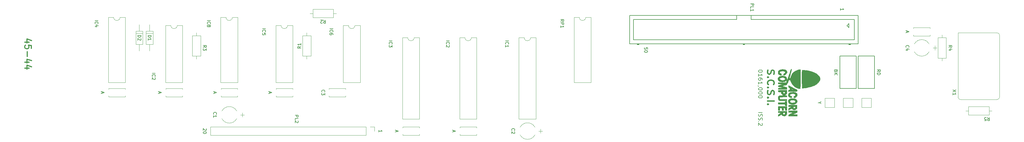
<source format=gbr>
G04 #@! TF.FileFunction,Legend,Top*
%FSLAX46Y46*%
G04 Gerber Fmt 4.6, Leading zero omitted, Abs format (unit mm)*
G04 Created by KiCad (PCBNEW 4.0.7) date 04/29/18 15:45:17*
%MOMM*%
%LPD*%
G01*
G04 APERTURE LIST*
%ADD10C,0.100000*%
%ADD11C,0.150000*%
%ADD12C,0.300000*%
%ADD13C,0.200000*%
%ADD14C,0.400000*%
%ADD15C,0.120000*%
%ADD16C,0.010000*%
G04 APERTURE END LIST*
D10*
D11*
X148883666Y-127055619D02*
X149217000Y-127531810D01*
X149455095Y-127055619D02*
X149455095Y-128055619D01*
X149074142Y-128055619D01*
X148978904Y-128008000D01*
X148931285Y-127960381D01*
X148883666Y-127865143D01*
X148883666Y-127722286D01*
X148931285Y-127627048D01*
X148978904Y-127579429D01*
X149074142Y-127531810D01*
X149455095Y-127531810D01*
X148502714Y-127960381D02*
X148455095Y-128008000D01*
X148359857Y-128055619D01*
X148121761Y-128055619D01*
X148026523Y-128008000D01*
X147978904Y-127960381D01*
X147931285Y-127865143D01*
X147931285Y-127769905D01*
X147978904Y-127627048D01*
X148550333Y-127055619D01*
X147931285Y-127055619D01*
X111434619Y-135596334D02*
X111910810Y-135263000D01*
X111434619Y-135024905D02*
X112434619Y-135024905D01*
X112434619Y-135405858D01*
X112387000Y-135501096D01*
X112339381Y-135548715D01*
X112244143Y-135596334D01*
X112101286Y-135596334D01*
X112006048Y-135548715D01*
X111958429Y-135501096D01*
X111910810Y-135405858D01*
X111910810Y-135024905D01*
X112434619Y-135929667D02*
X112434619Y-136548715D01*
X112053667Y-136215381D01*
X112053667Y-136358239D01*
X112006048Y-136453477D01*
X111958429Y-136501096D01*
X111863190Y-136548715D01*
X111625095Y-136548715D01*
X111529857Y-136501096D01*
X111482238Y-136453477D01*
X111434619Y-136358239D01*
X111434619Y-136072524D01*
X111482238Y-135977286D01*
X111529857Y-135929667D01*
X94289619Y-131849905D02*
X95289619Y-131849905D01*
X95289619Y-132088000D01*
X95242000Y-132230858D01*
X95146762Y-132326096D01*
X95051524Y-132373715D01*
X94861048Y-132421334D01*
X94718190Y-132421334D01*
X94527714Y-132373715D01*
X94432476Y-132326096D01*
X94337238Y-132230858D01*
X94289619Y-132088000D01*
X94289619Y-131849905D01*
X94289619Y-133373715D02*
X94289619Y-132802286D01*
X94289619Y-133088000D02*
X95289619Y-133088000D01*
X95146762Y-132992762D01*
X95051524Y-132897524D01*
X95003905Y-132802286D01*
X91114619Y-131849905D02*
X92114619Y-131849905D01*
X92114619Y-132088000D01*
X92067000Y-132230858D01*
X91971762Y-132326096D01*
X91876524Y-132373715D01*
X91686048Y-132421334D01*
X91543190Y-132421334D01*
X91352714Y-132373715D01*
X91257476Y-132326096D01*
X91162238Y-132230858D01*
X91114619Y-132088000D01*
X91114619Y-131849905D01*
X92019381Y-132802286D02*
X92067000Y-132849905D01*
X92114619Y-132945143D01*
X92114619Y-133183239D01*
X92067000Y-133278477D01*
X92019381Y-133326096D01*
X91924143Y-133373715D01*
X91828905Y-133373715D01*
X91686048Y-133326096D01*
X91114619Y-132754667D01*
X91114619Y-133373715D01*
X140009619Y-156845143D02*
X141009619Y-156845143D01*
X141009619Y-157226096D01*
X140962000Y-157321334D01*
X140914381Y-157368953D01*
X140819143Y-157416572D01*
X140676286Y-157416572D01*
X140581048Y-157368953D01*
X140533429Y-157321334D01*
X140485810Y-157226096D01*
X140485810Y-156845143D01*
X140009619Y-158321334D02*
X140009619Y-157845143D01*
X141009619Y-157845143D01*
X140914381Y-158607048D02*
X140962000Y-158654667D01*
X141009619Y-158749905D01*
X141009619Y-158988001D01*
X140962000Y-159083239D01*
X140914381Y-159130858D01*
X140819143Y-159178477D01*
X140723905Y-159178477D01*
X140581048Y-159130858D01*
X140009619Y-158559429D01*
X140009619Y-159178477D01*
X114704857Y-156551334D02*
X114657238Y-156503715D01*
X114609619Y-156360858D01*
X114609619Y-156265620D01*
X114657238Y-156122762D01*
X114752476Y-156027524D01*
X114847714Y-155979905D01*
X115038190Y-155932286D01*
X115181048Y-155932286D01*
X115371524Y-155979905D01*
X115466762Y-156027524D01*
X115562000Y-156122762D01*
X115609619Y-156265620D01*
X115609619Y-156360858D01*
X115562000Y-156503715D01*
X115514381Y-156551334D01*
X114609619Y-157503715D02*
X114609619Y-156932286D01*
X114609619Y-157218000D02*
X115609619Y-157218000D01*
X115466762Y-157122762D01*
X115371524Y-157027524D01*
X115323905Y-156932286D01*
X222559619Y-127476334D02*
X223035810Y-127143000D01*
X222559619Y-126904905D02*
X223559619Y-126904905D01*
X223559619Y-127285858D01*
X223512000Y-127381096D01*
X223464381Y-127428715D01*
X223369143Y-127476334D01*
X223226286Y-127476334D01*
X223131048Y-127428715D01*
X223083429Y-127381096D01*
X223035810Y-127285858D01*
X223035810Y-126904905D01*
X222559619Y-127904905D02*
X223559619Y-127904905D01*
X223559619Y-128285858D01*
X223512000Y-128381096D01*
X223464381Y-128428715D01*
X223369143Y-128476334D01*
X223226286Y-128476334D01*
X223131048Y-128428715D01*
X223083429Y-128381096D01*
X223035810Y-128285858D01*
X223035810Y-127904905D01*
X222559619Y-129428715D02*
X222559619Y-128857286D01*
X222559619Y-129143000D02*
X223559619Y-129143000D01*
X223416762Y-129047762D01*
X223321524Y-128952524D01*
X223273905Y-128857286D01*
X205414619Y-133516810D02*
X206414619Y-133516810D01*
X205509857Y-134564429D02*
X205462238Y-134516810D01*
X205414619Y-134373953D01*
X205414619Y-134278715D01*
X205462238Y-134135857D01*
X205557476Y-134040619D01*
X205652714Y-133993000D01*
X205843190Y-133945381D01*
X205986048Y-133945381D01*
X206176524Y-133993000D01*
X206271762Y-134040619D01*
X206367000Y-134135857D01*
X206414619Y-134278715D01*
X206414619Y-134373953D01*
X206367000Y-134516810D01*
X206319381Y-134564429D01*
X205414619Y-135516810D02*
X205414619Y-134945381D01*
X205414619Y-135231095D02*
X206414619Y-135231095D01*
X206271762Y-135135857D01*
X206176524Y-135040619D01*
X206128905Y-134945381D01*
X186999619Y-133516810D02*
X187999619Y-133516810D01*
X187094857Y-134564429D02*
X187047238Y-134516810D01*
X186999619Y-134373953D01*
X186999619Y-134278715D01*
X187047238Y-134135857D01*
X187142476Y-134040619D01*
X187237714Y-133993000D01*
X187428190Y-133945381D01*
X187571048Y-133945381D01*
X187761524Y-133993000D01*
X187856762Y-134040619D01*
X187952000Y-134135857D01*
X187999619Y-134278715D01*
X187999619Y-134373953D01*
X187952000Y-134516810D01*
X187904381Y-134564429D01*
X187904381Y-134945381D02*
X187952000Y-134993000D01*
X187999619Y-135088238D01*
X187999619Y-135326334D01*
X187952000Y-135421572D01*
X187904381Y-135469191D01*
X187809143Y-135516810D01*
X187713905Y-135516810D01*
X187571048Y-135469191D01*
X186999619Y-134897762D01*
X186999619Y-135516810D01*
X169219619Y-133516810D02*
X170219619Y-133516810D01*
X169314857Y-134564429D02*
X169267238Y-134516810D01*
X169219619Y-134373953D01*
X169219619Y-134278715D01*
X169267238Y-134135857D01*
X169362476Y-134040619D01*
X169457714Y-133993000D01*
X169648190Y-133945381D01*
X169791048Y-133945381D01*
X169981524Y-133993000D01*
X170076762Y-134040619D01*
X170172000Y-134135857D01*
X170219619Y-134278715D01*
X170219619Y-134373953D01*
X170172000Y-134516810D01*
X170124381Y-134564429D01*
X170219619Y-134897762D02*
X170219619Y-135516810D01*
X169838667Y-135183476D01*
X169838667Y-135326334D01*
X169791048Y-135421572D01*
X169743429Y-135469191D01*
X169648190Y-135516810D01*
X169410095Y-135516810D01*
X169314857Y-135469191D01*
X169267238Y-135421572D01*
X169219619Y-135326334D01*
X169219619Y-135040619D01*
X169267238Y-134945381D01*
X169314857Y-134897762D01*
X150804619Y-129706810D02*
X151804619Y-129706810D01*
X150899857Y-130754429D02*
X150852238Y-130706810D01*
X150804619Y-130563953D01*
X150804619Y-130468715D01*
X150852238Y-130325857D01*
X150947476Y-130230619D01*
X151042714Y-130183000D01*
X151233190Y-130135381D01*
X151376048Y-130135381D01*
X151566524Y-130183000D01*
X151661762Y-130230619D01*
X151757000Y-130325857D01*
X151804619Y-130468715D01*
X151804619Y-130563953D01*
X151757000Y-130706810D01*
X151709381Y-130754429D01*
X151804619Y-131611572D02*
X151804619Y-131421095D01*
X151757000Y-131325857D01*
X151709381Y-131278238D01*
X151566524Y-131183000D01*
X151376048Y-131135381D01*
X150995095Y-131135381D01*
X150899857Y-131183000D01*
X150852238Y-131230619D01*
X150804619Y-131325857D01*
X150804619Y-131516334D01*
X150852238Y-131611572D01*
X150899857Y-131659191D01*
X150995095Y-131706810D01*
X151233190Y-131706810D01*
X151328429Y-131659191D01*
X151376048Y-131611572D01*
X151423667Y-131516334D01*
X151423667Y-131325857D01*
X151376048Y-131230619D01*
X151328429Y-131183000D01*
X151233190Y-131135381D01*
X129849619Y-129706810D02*
X130849619Y-129706810D01*
X129944857Y-130754429D02*
X129897238Y-130706810D01*
X129849619Y-130563953D01*
X129849619Y-130468715D01*
X129897238Y-130325857D01*
X129992476Y-130230619D01*
X130087714Y-130183000D01*
X130278190Y-130135381D01*
X130421048Y-130135381D01*
X130611524Y-130183000D01*
X130706762Y-130230619D01*
X130802000Y-130325857D01*
X130849619Y-130468715D01*
X130849619Y-130563953D01*
X130802000Y-130706810D01*
X130754381Y-130754429D01*
X130849619Y-131659191D02*
X130849619Y-131183000D01*
X130373429Y-131135381D01*
X130421048Y-131183000D01*
X130468667Y-131278238D01*
X130468667Y-131516334D01*
X130421048Y-131611572D01*
X130373429Y-131659191D01*
X130278190Y-131706810D01*
X130040095Y-131706810D01*
X129944857Y-131659191D01*
X129897238Y-131611572D01*
X129849619Y-131516334D01*
X129849619Y-131278238D01*
X129897238Y-131183000D01*
X129944857Y-131135381D01*
X112704619Y-127166810D02*
X113704619Y-127166810D01*
X112799857Y-128214429D02*
X112752238Y-128166810D01*
X112704619Y-128023953D01*
X112704619Y-127928715D01*
X112752238Y-127785857D01*
X112847476Y-127690619D01*
X112942714Y-127643000D01*
X113133190Y-127595381D01*
X113276048Y-127595381D01*
X113466524Y-127643000D01*
X113561762Y-127690619D01*
X113657000Y-127785857D01*
X113704619Y-127928715D01*
X113704619Y-128023953D01*
X113657000Y-128166810D01*
X113609381Y-128214429D01*
X113276048Y-128785857D02*
X113323667Y-128690619D01*
X113371286Y-128643000D01*
X113466524Y-128595381D01*
X113514143Y-128595381D01*
X113609381Y-128643000D01*
X113657000Y-128690619D01*
X113704619Y-128785857D01*
X113704619Y-128976334D01*
X113657000Y-129071572D01*
X113609381Y-129119191D01*
X113514143Y-129166810D01*
X113466524Y-129166810D01*
X113371286Y-129119191D01*
X113323667Y-129071572D01*
X113276048Y-128976334D01*
X113276048Y-128785857D01*
X113228429Y-128690619D01*
X113180810Y-128643000D01*
X113085571Y-128595381D01*
X112895095Y-128595381D01*
X112799857Y-128643000D01*
X112752238Y-128690619D01*
X112704619Y-128785857D01*
X112704619Y-128976334D01*
X112752238Y-129071572D01*
X112799857Y-129119191D01*
X112895095Y-129166810D01*
X113085571Y-129166810D01*
X113180810Y-129119191D01*
X113228429Y-129071572D01*
X113276048Y-128976334D01*
X95559619Y-143676810D02*
X96559619Y-143676810D01*
X95654857Y-144724429D02*
X95607238Y-144676810D01*
X95559619Y-144533953D01*
X95559619Y-144438715D01*
X95607238Y-144295857D01*
X95702476Y-144200619D01*
X95797714Y-144153000D01*
X95988190Y-144105381D01*
X96131048Y-144105381D01*
X96321524Y-144153000D01*
X96416762Y-144200619D01*
X96512000Y-144295857D01*
X96559619Y-144438715D01*
X96559619Y-144533953D01*
X96512000Y-144676810D01*
X96464381Y-144724429D01*
X96464381Y-145105381D02*
X96512000Y-145153000D01*
X96559619Y-145248238D01*
X96559619Y-145486334D01*
X96512000Y-145581572D01*
X96464381Y-145629191D01*
X96369143Y-145676810D01*
X96273905Y-145676810D01*
X96131048Y-145629191D01*
X95559619Y-145057762D01*
X95559619Y-145676810D01*
X77779619Y-127166810D02*
X78779619Y-127166810D01*
X77874857Y-128214429D02*
X77827238Y-128166810D01*
X77779619Y-128023953D01*
X77779619Y-127928715D01*
X77827238Y-127785857D01*
X77922476Y-127690619D01*
X78017714Y-127643000D01*
X78208190Y-127595381D01*
X78351048Y-127595381D01*
X78541524Y-127643000D01*
X78636762Y-127690619D01*
X78732000Y-127785857D01*
X78779619Y-127928715D01*
X78779619Y-128023953D01*
X78732000Y-128166810D01*
X78684381Y-128214429D01*
X78446286Y-129071572D02*
X77779619Y-129071572D01*
X78827238Y-128833476D02*
X78112952Y-128595381D01*
X78112952Y-129214429D01*
X207414857Y-161631334D02*
X207367238Y-161583715D01*
X207319619Y-161440858D01*
X207319619Y-161345620D01*
X207367238Y-161202762D01*
X207462476Y-161107524D01*
X207557714Y-161059905D01*
X207748190Y-161012286D01*
X207891048Y-161012286D01*
X208081524Y-161059905D01*
X208176762Y-161107524D01*
X208272000Y-161202762D01*
X208319619Y-161345620D01*
X208319619Y-161440858D01*
X208272000Y-161583715D01*
X208224381Y-161631334D01*
X208224381Y-162012286D02*
X208272000Y-162059905D01*
X208319619Y-162155143D01*
X208319619Y-162393239D01*
X208272000Y-162488477D01*
X208224381Y-162536096D01*
X208129143Y-162583715D01*
X208033905Y-162583715D01*
X207891048Y-162536096D01*
X207319619Y-161964667D01*
X207319619Y-162583715D01*
X189190333Y-161559905D02*
X189190333Y-162036096D01*
X188904619Y-161464667D02*
X189904619Y-161798000D01*
X188904619Y-162131334D01*
X171410333Y-161559905D02*
X171410333Y-162036096D01*
X171124619Y-161464667D02*
X172124619Y-161798000D01*
X171124619Y-162131334D01*
X148359857Y-149566334D02*
X148312238Y-149518715D01*
X148264619Y-149375858D01*
X148264619Y-149280620D01*
X148312238Y-149137762D01*
X148407476Y-149042524D01*
X148502714Y-148994905D01*
X148693190Y-148947286D01*
X148836048Y-148947286D01*
X149026524Y-148994905D01*
X149121762Y-149042524D01*
X149217000Y-149137762D01*
X149264619Y-149280620D01*
X149264619Y-149375858D01*
X149217000Y-149518715D01*
X149169381Y-149566334D01*
X149264619Y-149899667D02*
X149264619Y-150518715D01*
X148883667Y-150185381D01*
X148883667Y-150328239D01*
X148836048Y-150423477D01*
X148788429Y-150471096D01*
X148693190Y-150518715D01*
X148455095Y-150518715D01*
X148359857Y-150471096D01*
X148312238Y-150423477D01*
X148264619Y-150328239D01*
X148264619Y-150042524D01*
X148312238Y-149947286D01*
X148359857Y-149899667D01*
X132040333Y-149494905D02*
X132040333Y-149971096D01*
X131754619Y-149399667D02*
X132754619Y-149733000D01*
X131754619Y-150066334D01*
X114895333Y-149494905D02*
X114895333Y-149971096D01*
X114609619Y-149399667D02*
X115609619Y-149733000D01*
X114609619Y-150066334D01*
X97750333Y-149494905D02*
X97750333Y-149971096D01*
X97464619Y-149399667D02*
X98464619Y-149733000D01*
X97464619Y-150066334D01*
X79970333Y-149494905D02*
X79970333Y-149971096D01*
X79684619Y-149399667D02*
X80684619Y-149733000D01*
X79684619Y-150066334D01*
X329969857Y-135596334D02*
X329922238Y-135548715D01*
X329874619Y-135405858D01*
X329874619Y-135310620D01*
X329922238Y-135167762D01*
X330017476Y-135072524D01*
X330112714Y-135024905D01*
X330303190Y-134977286D01*
X330446048Y-134977286D01*
X330636524Y-135024905D01*
X330731762Y-135072524D01*
X330827000Y-135167762D01*
X330874619Y-135310620D01*
X330874619Y-135405858D01*
X330827000Y-135548715D01*
X330779381Y-135596334D01*
X330541286Y-136453477D02*
X329874619Y-136453477D01*
X330922238Y-136215381D02*
X330207952Y-135977286D01*
X330207952Y-136596334D01*
X330160333Y-130444905D02*
X330160333Y-130921096D01*
X329874619Y-130349667D02*
X330874619Y-130683000D01*
X329874619Y-131016334D01*
X343209619Y-135596334D02*
X343685810Y-135263000D01*
X343209619Y-135024905D02*
X344209619Y-135024905D01*
X344209619Y-135405858D01*
X344162000Y-135501096D01*
X344114381Y-135548715D01*
X344019143Y-135596334D01*
X343876286Y-135596334D01*
X343781048Y-135548715D01*
X343733429Y-135501096D01*
X343685810Y-135405858D01*
X343685810Y-135024905D01*
X343876286Y-136453477D02*
X343209619Y-136453477D01*
X344257238Y-136215381D02*
X343542952Y-135977286D01*
X343542952Y-136596334D01*
X345479619Y-148923476D02*
X344479619Y-149590143D01*
X345479619Y-149590143D02*
X344479619Y-148923476D01*
X344479619Y-150494905D02*
X344479619Y-149923476D01*
X344479619Y-150209190D02*
X345479619Y-150209190D01*
X345336762Y-150113952D01*
X345241524Y-150018714D01*
X345193905Y-149923476D01*
X355258666Y-157535619D02*
X355592000Y-158011810D01*
X355830095Y-157535619D02*
X355830095Y-158535619D01*
X355449142Y-158535619D01*
X355353904Y-158488000D01*
X355306285Y-158440381D01*
X355258666Y-158345143D01*
X355258666Y-158202286D01*
X355306285Y-158107048D01*
X355353904Y-158059429D01*
X355449142Y-158011810D01*
X355830095Y-158011810D01*
X354353904Y-158535619D02*
X354830095Y-158535619D01*
X354877714Y-158059429D01*
X354830095Y-158107048D01*
X354734857Y-158154667D01*
X354496761Y-158154667D01*
X354401523Y-158107048D01*
X354353904Y-158059429D01*
X354306285Y-157964190D01*
X354306285Y-157726095D01*
X354353904Y-157630857D01*
X354401523Y-157583238D01*
X354496761Y-157535619D01*
X354734857Y-157535619D01*
X354830095Y-157583238D01*
X354877714Y-157630857D01*
X320984619Y-143192524D02*
X321460810Y-142859190D01*
X320984619Y-142621095D02*
X321984619Y-142621095D01*
X321984619Y-143002048D01*
X321937000Y-143097286D01*
X321889381Y-143144905D01*
X321794143Y-143192524D01*
X321651286Y-143192524D01*
X321556048Y-143144905D01*
X321508429Y-143097286D01*
X321460810Y-143002048D01*
X321460810Y-142621095D01*
X320984619Y-143621095D02*
X321984619Y-143621095D01*
X321984619Y-143859190D01*
X321937000Y-144002048D01*
X321841762Y-144097286D01*
X321746524Y-144144905D01*
X321556048Y-144192524D01*
X321413190Y-144192524D01*
X321222714Y-144144905D01*
X321127476Y-144097286D01*
X321032238Y-144002048D01*
X320984619Y-143859190D01*
X320984619Y-143621095D01*
X308173429Y-142954429D02*
X308125810Y-143097286D01*
X308078190Y-143144905D01*
X307982952Y-143192524D01*
X307840095Y-143192524D01*
X307744857Y-143144905D01*
X307697238Y-143097286D01*
X307649619Y-143002048D01*
X307649619Y-142621095D01*
X308649619Y-142621095D01*
X308649619Y-142954429D01*
X308602000Y-143049667D01*
X308554381Y-143097286D01*
X308459143Y-143144905D01*
X308363905Y-143144905D01*
X308268667Y-143097286D01*
X308221048Y-143049667D01*
X308173429Y-142954429D01*
X308173429Y-142621095D01*
X307649619Y-143621095D02*
X308649619Y-143621095D01*
X307649619Y-144192524D02*
X308221048Y-143763952D01*
X308649619Y-144192524D02*
X308078190Y-143621095D01*
X112339381Y-161036095D02*
X112387000Y-161083714D01*
X112434619Y-161178952D01*
X112434619Y-161417048D01*
X112387000Y-161512286D01*
X112339381Y-161559905D01*
X112244143Y-161607524D01*
X112148905Y-161607524D01*
X112006048Y-161559905D01*
X111434619Y-160988476D01*
X111434619Y-161607524D01*
X112434619Y-162226571D02*
X112434619Y-162321810D01*
X112387000Y-162417048D01*
X112339381Y-162464667D01*
X112244143Y-162512286D01*
X112053667Y-162559905D01*
X111815571Y-162559905D01*
X111625095Y-162512286D01*
X111529857Y-162464667D01*
X111482238Y-162417048D01*
X111434619Y-162321810D01*
X111434619Y-162226571D01*
X111482238Y-162131333D01*
X111529857Y-162083714D01*
X111625095Y-162036095D01*
X111815571Y-161988476D01*
X112053667Y-161988476D01*
X112244143Y-162036095D01*
X112339381Y-162083714D01*
X112387000Y-162131333D01*
X112434619Y-162226571D01*
X166044619Y-162083715D02*
X166044619Y-161512286D01*
X166044619Y-161798000D02*
X167044619Y-161798000D01*
X166901762Y-161702762D01*
X166806524Y-161607524D01*
X166758905Y-161512286D01*
X249594619Y-136159905D02*
X249594619Y-135683714D01*
X249118429Y-135636095D01*
X249166048Y-135683714D01*
X249213667Y-135778952D01*
X249213667Y-136017048D01*
X249166048Y-136112286D01*
X249118429Y-136159905D01*
X249023190Y-136207524D01*
X248785095Y-136207524D01*
X248689857Y-136159905D01*
X248642238Y-136112286D01*
X248594619Y-136017048D01*
X248594619Y-135778952D01*
X248642238Y-135683714D01*
X248689857Y-135636095D01*
X249594619Y-136826571D02*
X249594619Y-136921810D01*
X249547000Y-137017048D01*
X249499381Y-137064667D01*
X249404143Y-137112286D01*
X249213667Y-137159905D01*
X248975571Y-137159905D01*
X248785095Y-137112286D01*
X248689857Y-137064667D01*
X248642238Y-137017048D01*
X248594619Y-136921810D01*
X248594619Y-136826571D01*
X248642238Y-136731333D01*
X248689857Y-136683714D01*
X248785095Y-136636095D01*
X248975571Y-136588476D01*
X249213667Y-136588476D01*
X249404143Y-136636095D01*
X249499381Y-136683714D01*
X249547000Y-136731333D01*
X249594619Y-136826571D01*
X309554619Y-123983715D02*
X309554619Y-123412286D01*
X309554619Y-123698000D02*
X310554619Y-123698000D01*
X310411762Y-123602762D01*
X310316524Y-123507524D01*
X310268905Y-123412286D01*
X281614619Y-121920143D02*
X282614619Y-121920143D01*
X282614619Y-122301096D01*
X282567000Y-122396334D01*
X282519381Y-122443953D01*
X282424143Y-122491572D01*
X282281286Y-122491572D01*
X282186048Y-122443953D01*
X282138429Y-122396334D01*
X282090810Y-122301096D01*
X282090810Y-121920143D01*
X281614619Y-123396334D02*
X281614619Y-122920143D01*
X282614619Y-122920143D01*
X281614619Y-124253477D02*
X281614619Y-123682048D01*
X281614619Y-123967762D02*
X282614619Y-123967762D01*
X282471762Y-123872524D01*
X282376524Y-123777286D01*
X282328905Y-123682048D01*
X303045810Y-152908000D02*
X302569619Y-152908000D01*
X303569619Y-152574667D02*
X303045810Y-152908000D01*
X303569619Y-153241334D01*
D12*
X57324571Y-133953714D02*
X55991238Y-133953714D01*
X58086476Y-133477524D02*
X56657905Y-133001333D01*
X56657905Y-134239429D01*
X57991238Y-135953714D02*
X57991238Y-135001333D01*
X57038857Y-134906095D01*
X57134095Y-135001333D01*
X57229333Y-135191810D01*
X57229333Y-135668000D01*
X57134095Y-135858476D01*
X57038857Y-135953714D01*
X56848381Y-136048953D01*
X56372190Y-136048953D01*
X56181714Y-135953714D01*
X56086476Y-135858476D01*
X55991238Y-135668000D01*
X55991238Y-135191810D01*
X56086476Y-135001333D01*
X56181714Y-134906095D01*
X56753143Y-136906095D02*
X56753143Y-138429905D01*
X57324571Y-140239428D02*
X55991238Y-140239428D01*
X58086476Y-139763238D02*
X56657905Y-139287047D01*
X56657905Y-140525143D01*
X57324571Y-142144190D02*
X55991238Y-142144190D01*
X58086476Y-141668000D02*
X56657905Y-141191809D01*
X56657905Y-142429905D01*
D13*
X284064143Y-155988000D02*
X285264143Y-155988000D01*
X284121286Y-156502286D02*
X284064143Y-156673715D01*
X284064143Y-156959429D01*
X284121286Y-157073715D01*
X284178429Y-157130858D01*
X284292714Y-157188001D01*
X284407000Y-157188001D01*
X284521286Y-157130858D01*
X284578429Y-157073715D01*
X284635571Y-156959429D01*
X284692714Y-156730858D01*
X284749857Y-156616572D01*
X284807000Y-156559429D01*
X284921286Y-156502286D01*
X285035571Y-156502286D01*
X285149857Y-156559429D01*
X285207000Y-156616572D01*
X285264143Y-156730858D01*
X285264143Y-157016572D01*
X285207000Y-157188001D01*
X284121286Y-157645143D02*
X284064143Y-157816572D01*
X284064143Y-158102286D01*
X284121286Y-158216572D01*
X284178429Y-158273715D01*
X284292714Y-158330858D01*
X284407000Y-158330858D01*
X284521286Y-158273715D01*
X284578429Y-158216572D01*
X284635571Y-158102286D01*
X284692714Y-157873715D01*
X284749857Y-157759429D01*
X284807000Y-157702286D01*
X284921286Y-157645143D01*
X285035571Y-157645143D01*
X285149857Y-157702286D01*
X285207000Y-157759429D01*
X285264143Y-157873715D01*
X285264143Y-158159429D01*
X285207000Y-158330858D01*
X284178429Y-158845143D02*
X284121286Y-158902286D01*
X284064143Y-158845143D01*
X284121286Y-158788000D01*
X284178429Y-158845143D01*
X284064143Y-158845143D01*
X285149857Y-159359429D02*
X285207000Y-159416572D01*
X285264143Y-159530858D01*
X285264143Y-159816572D01*
X285207000Y-159930858D01*
X285149857Y-159988001D01*
X285035571Y-160045144D01*
X284921286Y-160045144D01*
X284749857Y-159988001D01*
X284064143Y-159302287D01*
X284064143Y-160045144D01*
X285264143Y-142980287D02*
X285264143Y-143104096D01*
X285207000Y-143227906D01*
X285149857Y-143289811D01*
X285035571Y-143351715D01*
X284807000Y-143413620D01*
X284521286Y-143413620D01*
X284292714Y-143351715D01*
X284178429Y-143289811D01*
X284121286Y-143227906D01*
X284064143Y-143104096D01*
X284064143Y-142980287D01*
X284121286Y-142856477D01*
X284178429Y-142794573D01*
X284292714Y-142732668D01*
X284521286Y-142670763D01*
X284807000Y-142670763D01*
X285035571Y-142732668D01*
X285149857Y-142794573D01*
X285207000Y-142856477D01*
X285264143Y-142980287D01*
X284064143Y-144651715D02*
X284064143Y-143908858D01*
X284064143Y-144280287D02*
X285264143Y-144280287D01*
X285092714Y-144156477D01*
X284978429Y-144032668D01*
X284921286Y-143908858D01*
X285264143Y-145766001D02*
X285264143Y-145518382D01*
X285207000Y-145394572D01*
X285149857Y-145332667D01*
X284978429Y-145208858D01*
X284749857Y-145146953D01*
X284292714Y-145146953D01*
X284178429Y-145208858D01*
X284121286Y-145270763D01*
X284064143Y-145394572D01*
X284064143Y-145642191D01*
X284121286Y-145766001D01*
X284178429Y-145827905D01*
X284292714Y-145889810D01*
X284578429Y-145889810D01*
X284692714Y-145827905D01*
X284749857Y-145766001D01*
X284807000Y-145642191D01*
X284807000Y-145394572D01*
X284749857Y-145270763D01*
X284692714Y-145208858D01*
X284578429Y-145146953D01*
X284064143Y-147127905D02*
X284064143Y-146385048D01*
X284064143Y-146756477D02*
X285264143Y-146756477D01*
X285092714Y-146632667D01*
X284978429Y-146508858D01*
X284921286Y-146385048D01*
X284121286Y-147746953D02*
X284064143Y-147746953D01*
X283949857Y-147685048D01*
X283892714Y-147623143D01*
X285264143Y-148551715D02*
X285264143Y-148675524D01*
X285207000Y-148799334D01*
X285149857Y-148861239D01*
X285035571Y-148923143D01*
X284807000Y-148985048D01*
X284521286Y-148985048D01*
X284292714Y-148923143D01*
X284178429Y-148861239D01*
X284121286Y-148799334D01*
X284064143Y-148675524D01*
X284064143Y-148551715D01*
X284121286Y-148427905D01*
X284178429Y-148366001D01*
X284292714Y-148304096D01*
X284521286Y-148242191D01*
X284807000Y-148242191D01*
X285035571Y-148304096D01*
X285149857Y-148366001D01*
X285207000Y-148427905D01*
X285264143Y-148551715D01*
X285264143Y-149789810D02*
X285264143Y-149913619D01*
X285207000Y-150037429D01*
X285149857Y-150099334D01*
X285035571Y-150161238D01*
X284807000Y-150223143D01*
X284521286Y-150223143D01*
X284292714Y-150161238D01*
X284178429Y-150099334D01*
X284121286Y-150037429D01*
X284064143Y-149913619D01*
X284064143Y-149789810D01*
X284121286Y-149666000D01*
X284178429Y-149604096D01*
X284292714Y-149542191D01*
X284521286Y-149480286D01*
X284807000Y-149480286D01*
X285035571Y-149542191D01*
X285149857Y-149604096D01*
X285207000Y-149666000D01*
X285264143Y-149789810D01*
X285264143Y-151027905D02*
X285264143Y-151151714D01*
X285207000Y-151275524D01*
X285149857Y-151337429D01*
X285035571Y-151399333D01*
X284807000Y-151461238D01*
X284521286Y-151461238D01*
X284292714Y-151399333D01*
X284178429Y-151337429D01*
X284121286Y-151275524D01*
X284064143Y-151151714D01*
X284064143Y-151027905D01*
X284121286Y-150904095D01*
X284178429Y-150842191D01*
X284292714Y-150780286D01*
X284521286Y-150718381D01*
X284807000Y-150718381D01*
X285035571Y-150780286D01*
X285149857Y-150842191D01*
X285207000Y-150904095D01*
X285264143Y-151027905D01*
D14*
X286972476Y-142686763D02*
X286877238Y-143001048D01*
X286877238Y-143524858D01*
X286972476Y-143734382D01*
X287067714Y-143839144D01*
X287258190Y-143943905D01*
X287448667Y-143943905D01*
X287639143Y-143839144D01*
X287734381Y-143734382D01*
X287829619Y-143524858D01*
X287924857Y-143105810D01*
X288020095Y-142896286D01*
X288115333Y-142791525D01*
X288305810Y-142686763D01*
X288496286Y-142686763D01*
X288686762Y-142791525D01*
X288782000Y-142896286D01*
X288877238Y-143105810D01*
X288877238Y-143629620D01*
X288782000Y-143943905D01*
X287067714Y-144886763D02*
X286972476Y-144991524D01*
X286877238Y-144886763D01*
X286972476Y-144782001D01*
X287067714Y-144886763D01*
X286877238Y-144886763D01*
X287067714Y-147191524D02*
X286972476Y-147086762D01*
X286877238Y-146772477D01*
X286877238Y-146562953D01*
X286972476Y-146248667D01*
X287162952Y-146039143D01*
X287353429Y-145934382D01*
X287734381Y-145829620D01*
X288020095Y-145829620D01*
X288401048Y-145934382D01*
X288591524Y-146039143D01*
X288782000Y-146248667D01*
X288877238Y-146562953D01*
X288877238Y-146772477D01*
X288782000Y-147086762D01*
X288686762Y-147191524D01*
X287067714Y-148134382D02*
X286972476Y-148239143D01*
X286877238Y-148134382D01*
X286972476Y-148029620D01*
X287067714Y-148134382D01*
X286877238Y-148134382D01*
X286972476Y-149077239D02*
X286877238Y-149391524D01*
X286877238Y-149915334D01*
X286972476Y-150124858D01*
X287067714Y-150229620D01*
X287258190Y-150334381D01*
X287448667Y-150334381D01*
X287639143Y-150229620D01*
X287734381Y-150124858D01*
X287829619Y-149915334D01*
X287924857Y-149496286D01*
X288020095Y-149286762D01*
X288115333Y-149182001D01*
X288305810Y-149077239D01*
X288496286Y-149077239D01*
X288686762Y-149182001D01*
X288782000Y-149286762D01*
X288877238Y-149496286D01*
X288877238Y-150020096D01*
X288782000Y-150334381D01*
X287067714Y-151277239D02*
X286972476Y-151382000D01*
X286877238Y-151277239D01*
X286972476Y-151172477D01*
X287067714Y-151277239D01*
X286877238Y-151277239D01*
X286877238Y-152324858D02*
X288877238Y-152324858D01*
X287067714Y-153372477D02*
X286972476Y-153477238D01*
X286877238Y-153372477D01*
X286972476Y-153267715D01*
X287067714Y-153372477D01*
X286877238Y-153372477D01*
D15*
X87182000Y-151043000D02*
X82062000Y-151043000D01*
X87182000Y-148423000D02*
X82062000Y-148423000D01*
X87182000Y-151043000D02*
X87182000Y-150729000D01*
X87182000Y-148737000D02*
X87182000Y-148423000D01*
X82062000Y-151043000D02*
X82062000Y-150729000D01*
X82062000Y-148737000D02*
X82062000Y-148423000D01*
X104962000Y-151043000D02*
X99842000Y-151043000D01*
X104962000Y-148423000D02*
X99842000Y-148423000D01*
X104962000Y-151043000D02*
X104962000Y-150729000D01*
X104962000Y-148737000D02*
X104962000Y-148423000D01*
X99842000Y-151043000D02*
X99842000Y-150729000D01*
X99842000Y-148737000D02*
X99842000Y-148423000D01*
X122107000Y-151043000D02*
X116987000Y-151043000D01*
X122107000Y-148423000D02*
X116987000Y-148423000D01*
X122107000Y-151043000D02*
X122107000Y-150729000D01*
X122107000Y-148737000D02*
X122107000Y-148423000D01*
X116987000Y-151043000D02*
X116987000Y-150729000D01*
X116987000Y-148737000D02*
X116987000Y-148423000D01*
X139252000Y-151043000D02*
X134132000Y-151043000D01*
X139252000Y-148423000D02*
X134132000Y-148423000D01*
X139252000Y-151043000D02*
X139252000Y-150729000D01*
X139252000Y-148737000D02*
X139252000Y-148423000D01*
X134132000Y-151043000D02*
X134132000Y-150729000D01*
X134132000Y-148737000D02*
X134132000Y-148423000D01*
X178622000Y-163108000D02*
X173502000Y-163108000D01*
X178622000Y-160488000D02*
X173502000Y-160488000D01*
X178622000Y-163108000D02*
X178622000Y-162794000D01*
X178622000Y-160802000D02*
X178622000Y-160488000D01*
X173502000Y-163108000D02*
X173502000Y-162794000D01*
X173502000Y-160802000D02*
X173502000Y-160488000D01*
X196402000Y-163108000D02*
X191282000Y-163108000D01*
X196402000Y-160488000D02*
X191282000Y-160488000D01*
X196402000Y-163108000D02*
X196402000Y-162794000D01*
X196402000Y-160802000D02*
X196402000Y-160488000D01*
X191282000Y-163108000D02*
X191282000Y-162794000D01*
X191282000Y-160802000D02*
X191282000Y-160488000D01*
X337372000Y-131993000D02*
X332252000Y-131993000D01*
X337372000Y-129373000D02*
X332252000Y-129373000D01*
X337372000Y-131993000D02*
X337372000Y-131679000D01*
X337372000Y-129687000D02*
X337372000Y-129373000D01*
X332252000Y-131993000D02*
X332252000Y-131679000D01*
X332252000Y-129687000D02*
X332252000Y-129373000D01*
X150562000Y-148423000D02*
X155682000Y-148423000D01*
X150562000Y-151043000D02*
X155682000Y-151043000D01*
X150562000Y-148423000D02*
X150562000Y-148737000D01*
X150562000Y-150729000D02*
X150562000Y-151043000D01*
X155682000Y-148423000D02*
X155682000Y-148737000D01*
X155682000Y-150729000D02*
X155682000Y-151043000D01*
X213217000Y-132528000D02*
G75*
G02X211217000Y-132528000I-1000000J0D01*
G01*
X211217000Y-132528000D02*
X209567000Y-132528000D01*
X209567000Y-132528000D02*
X209567000Y-158048000D01*
X209567000Y-158048000D02*
X214867000Y-158048000D01*
X214867000Y-158048000D02*
X214867000Y-132528000D01*
X214867000Y-132528000D02*
X213217000Y-132528000D01*
X194802000Y-132528000D02*
G75*
G02X192802000Y-132528000I-1000000J0D01*
G01*
X192802000Y-132528000D02*
X191152000Y-132528000D01*
X191152000Y-132528000D02*
X191152000Y-158048000D01*
X191152000Y-158048000D02*
X196452000Y-158048000D01*
X196452000Y-158048000D02*
X196452000Y-132528000D01*
X196452000Y-132528000D02*
X194802000Y-132528000D01*
X177022000Y-132528000D02*
G75*
G02X175022000Y-132528000I-1000000J0D01*
G01*
X175022000Y-132528000D02*
X173372000Y-132528000D01*
X173372000Y-132528000D02*
X173372000Y-158048000D01*
X173372000Y-158048000D02*
X178672000Y-158048000D01*
X178672000Y-158048000D02*
X178672000Y-132528000D01*
X178672000Y-132528000D02*
X177022000Y-132528000D01*
X85582000Y-126178000D02*
G75*
G02X83582000Y-126178000I-1000000J0D01*
G01*
X83582000Y-126178000D02*
X81932000Y-126178000D01*
X81932000Y-126178000D02*
X81932000Y-146618000D01*
X81932000Y-146618000D02*
X87232000Y-146618000D01*
X87232000Y-146618000D02*
X87232000Y-126178000D01*
X87232000Y-126178000D02*
X85582000Y-126178000D01*
X137652000Y-128718000D02*
G75*
G02X135652000Y-128718000I-1000000J0D01*
G01*
X135652000Y-128718000D02*
X134002000Y-128718000D01*
X134002000Y-128718000D02*
X134002000Y-146618000D01*
X134002000Y-146618000D02*
X139302000Y-146618000D01*
X139302000Y-146618000D02*
X139302000Y-128718000D01*
X139302000Y-128718000D02*
X137652000Y-128718000D01*
X158607000Y-128718000D02*
G75*
G02X156607000Y-128718000I-1000000J0D01*
G01*
X156607000Y-128718000D02*
X154957000Y-128718000D01*
X154957000Y-128718000D02*
X154957000Y-146618000D01*
X154957000Y-146618000D02*
X160257000Y-146618000D01*
X160257000Y-146618000D02*
X160257000Y-128718000D01*
X160257000Y-128718000D02*
X158607000Y-128718000D01*
X103362000Y-128718000D02*
G75*
G02X101362000Y-128718000I-1000000J0D01*
G01*
X101362000Y-128718000D02*
X99712000Y-128718000D01*
X99712000Y-128718000D02*
X99712000Y-146618000D01*
X99712000Y-146618000D02*
X105012000Y-146618000D01*
X105012000Y-146618000D02*
X105012000Y-128718000D01*
X105012000Y-128718000D02*
X103362000Y-128718000D01*
X120507000Y-126178000D02*
G75*
G02X118507000Y-126178000I-1000000J0D01*
G01*
X118507000Y-126178000D02*
X116857000Y-126178000D01*
X116857000Y-126178000D02*
X116857000Y-146618000D01*
X116857000Y-146618000D02*
X122157000Y-146618000D01*
X122157000Y-146618000D02*
X122157000Y-126178000D01*
X122157000Y-126178000D02*
X120507000Y-126178000D01*
X358252000Y-131028000D02*
X346102000Y-131028000D01*
X359002000Y-151178000D02*
X359002000Y-131778000D01*
X346852000Y-151928000D02*
X358252000Y-151928000D01*
X346102000Y-131028000D02*
X346102000Y-151178000D01*
X346102000Y-151178000D02*
G75*
G03X346852000Y-151928000I750000J0D01*
G01*
X358252000Y-151928000D02*
G75*
G03X359002000Y-151178000I0J750000D01*
G01*
X359002000Y-131778000D02*
G75*
G03X358252000Y-131028000I-750000J0D01*
G01*
X113732000Y-160468000D02*
X113732000Y-163128000D01*
X162052000Y-160468000D02*
X113732000Y-160468000D01*
X162052000Y-163128000D02*
X113732000Y-163128000D01*
X162052000Y-160468000D02*
X162052000Y-163128000D01*
X163322000Y-160468000D02*
X164652000Y-160468000D01*
X164652000Y-160468000D02*
X164652000Y-161798000D01*
X230362000Y-126178000D02*
G75*
G02X228362000Y-126178000I-1000000J0D01*
G01*
X228362000Y-126178000D02*
X226712000Y-126178000D01*
X226712000Y-126178000D02*
X226712000Y-146618000D01*
X226712000Y-146618000D02*
X232012000Y-146618000D01*
X232012000Y-146618000D02*
X232012000Y-126178000D01*
X232012000Y-126178000D02*
X230362000Y-126178000D01*
D11*
X315077000Y-125578000D02*
X315077000Y-134518000D01*
X315077000Y-134518000D02*
X243977000Y-134518000D01*
X243977000Y-134518000D02*
X243977000Y-125578000D01*
X243977000Y-125578000D02*
X315077000Y-125578000D01*
X281752000Y-125578000D02*
X281752000Y-126878000D01*
X281752000Y-126878000D02*
X313877000Y-126878000D01*
X313877000Y-126878000D02*
X313877000Y-133218000D01*
X313877000Y-133218000D02*
X245177000Y-133218000D01*
X245177000Y-133218000D02*
X245177000Y-126878000D01*
X245177000Y-126878000D02*
X277302000Y-126878000D01*
X277302000Y-126878000D02*
X277302000Y-125578000D01*
X279777000Y-134518000D02*
X279777000Y-134718000D01*
X279777000Y-134718000D02*
X279277000Y-134718000D01*
X279277000Y-134718000D02*
X279277000Y-134518000D01*
X279777000Y-134618000D02*
X279277000Y-134618000D01*
X246897000Y-134518000D02*
X246897000Y-134718000D01*
X246897000Y-134718000D02*
X246397000Y-134718000D01*
X246397000Y-134718000D02*
X246397000Y-134518000D01*
X246897000Y-134618000D02*
X246397000Y-134618000D01*
X312657000Y-134518000D02*
X312657000Y-134718000D01*
X312657000Y-134718000D02*
X312157000Y-134718000D01*
X312157000Y-134718000D02*
X312157000Y-134518000D01*
X312657000Y-134618000D02*
X312157000Y-134618000D01*
X312207000Y-128178000D02*
X312207000Y-129378000D01*
X312207000Y-129378000D02*
X311607000Y-128778000D01*
X311607000Y-128778000D02*
X312207000Y-128178000D01*
D15*
X117241278Y-157897723D02*
G75*
G03X121852580Y-157898000I2305722J1179723D01*
G01*
X117241278Y-155538277D02*
G75*
G02X121852580Y-155538000I2305722J-1179723D01*
G01*
X124247000Y-156718000D02*
X123047000Y-156718000D01*
X123647000Y-157368000D02*
X123647000Y-156068000D01*
X209951278Y-162977723D02*
G75*
G03X214562580Y-162978000I2305722J1179723D01*
G01*
X209951278Y-160618277D02*
G75*
G02X214562580Y-160618000I2305722J-1179723D01*
G01*
X216957000Y-161798000D02*
X215757000Y-161798000D01*
X216357000Y-162448000D02*
X216357000Y-161148000D01*
X332506278Y-136942723D02*
G75*
G03X337117580Y-136943000I2305722J1179723D01*
G01*
X332506278Y-134583277D02*
G75*
G02X337117580Y-134583000I2305722J-1179723D01*
G01*
X339512000Y-135763000D02*
X338312000Y-135763000D01*
X338912000Y-136413000D02*
X338912000Y-135113000D01*
X95802000Y-130528000D02*
X93682000Y-130528000D01*
X93682000Y-130528000D02*
X93682000Y-134648000D01*
X93682000Y-134648000D02*
X95802000Y-134648000D01*
X95802000Y-134648000D02*
X95802000Y-130528000D01*
X94742000Y-128488000D02*
X94742000Y-130528000D01*
X94742000Y-136688000D02*
X94742000Y-134648000D01*
X95802000Y-131188000D02*
X93682000Y-131188000D01*
X142327000Y-138338000D02*
X144947000Y-138338000D01*
X144947000Y-138338000D02*
X144947000Y-131918000D01*
X144947000Y-131918000D02*
X142327000Y-131918000D01*
X142327000Y-131918000D02*
X142327000Y-138338000D01*
X143637000Y-139228000D02*
X143637000Y-138338000D01*
X143637000Y-131028000D02*
X143637000Y-131918000D01*
X151927000Y-126278000D02*
X151927000Y-123658000D01*
X151927000Y-123658000D02*
X145507000Y-123658000D01*
X145507000Y-123658000D02*
X145507000Y-126278000D01*
X145507000Y-126278000D02*
X151927000Y-126278000D01*
X152817000Y-124968000D02*
X151927000Y-124968000D01*
X144617000Y-124968000D02*
X145507000Y-124968000D01*
X108037000Y-138338000D02*
X110657000Y-138338000D01*
X110657000Y-138338000D02*
X110657000Y-131918000D01*
X110657000Y-131918000D02*
X108037000Y-131918000D01*
X108037000Y-131918000D02*
X108037000Y-138338000D01*
X109347000Y-139228000D02*
X109347000Y-138338000D01*
X109347000Y-131028000D02*
X109347000Y-131918000D01*
X339812000Y-138973000D02*
X342432000Y-138973000D01*
X342432000Y-138973000D02*
X342432000Y-132553000D01*
X342432000Y-132553000D02*
X339812000Y-132553000D01*
X339812000Y-132553000D02*
X339812000Y-138973000D01*
X341122000Y-139863000D02*
X341122000Y-138973000D01*
X341122000Y-131663000D02*
X341122000Y-132553000D01*
X349342000Y-154138000D02*
X349342000Y-156758000D01*
X349342000Y-156758000D02*
X355762000Y-156758000D01*
X355762000Y-156758000D02*
X355762000Y-154138000D01*
X355762000Y-154138000D02*
X349342000Y-154138000D01*
X348452000Y-155448000D02*
X349342000Y-155448000D01*
X356652000Y-155448000D02*
X355762000Y-155448000D01*
X92627000Y-130528000D02*
X90507000Y-130528000D01*
X90507000Y-130528000D02*
X90507000Y-134648000D01*
X90507000Y-134648000D02*
X92627000Y-134648000D01*
X92627000Y-134648000D02*
X92627000Y-130528000D01*
X91567000Y-128488000D02*
X91567000Y-130528000D01*
X91567000Y-136688000D02*
X91567000Y-134648000D01*
X92627000Y-131188000D02*
X90507000Y-131188000D01*
X316127000Y-151508000D02*
X319127000Y-151508000D01*
X319127000Y-151508000D02*
X319127000Y-154358000D01*
X316127000Y-151508000D02*
X316127000Y-154358000D01*
X316127000Y-154358000D02*
X319127000Y-154358000D01*
X304697000Y-151508000D02*
X307697000Y-151508000D01*
X307697000Y-151508000D02*
X307697000Y-154358000D01*
X304697000Y-151508000D02*
X304697000Y-154358000D01*
X304697000Y-154358000D02*
X307697000Y-154358000D01*
X310412000Y-151508000D02*
X313412000Y-151508000D01*
X313412000Y-151508000D02*
X313412000Y-154358000D01*
X310412000Y-151508000D02*
X310412000Y-154358000D01*
X310412000Y-154358000D02*
X313412000Y-154358000D01*
D11*
X315087000Y-148463000D02*
X315087000Y-138303000D01*
X315087000Y-138303000D02*
X320167000Y-138303000D01*
X320167000Y-138303000D02*
X320167000Y-148463000D01*
X320167000Y-148463000D02*
X315087000Y-148463000D01*
X309372000Y-148463000D02*
X309372000Y-138303000D01*
X309372000Y-138303000D02*
X314452000Y-138303000D01*
X314452000Y-138303000D02*
X314452000Y-148463000D01*
X314452000Y-148463000D02*
X309372000Y-148463000D01*
D16*
G36*
X292837792Y-145719159D02*
X292745831Y-145908425D01*
X292664683Y-146009396D01*
X292459936Y-146187790D01*
X292200046Y-146305841D01*
X291860592Y-146371044D01*
X291421533Y-146390895D01*
X290965166Y-146350382D01*
X290591517Y-146235224D01*
X290309536Y-146054998D01*
X290128175Y-145819278D01*
X290056386Y-145537638D01*
X290103120Y-145219653D01*
X290171709Y-145054053D01*
X290370951Y-144802065D01*
X290675702Y-144624668D01*
X291078426Y-144525092D01*
X291448925Y-144503954D01*
X291448925Y-145014646D01*
X291153531Y-145052057D01*
X290893590Y-145131289D01*
X290698377Y-145242366D01*
X290597167Y-145375315D01*
X290589368Y-145424639D01*
X290628501Y-145534411D01*
X290706342Y-145651582D01*
X290880246Y-145777502D01*
X291143226Y-145863244D01*
X291454255Y-145899352D01*
X291719007Y-145884925D01*
X292034546Y-145812965D01*
X292231399Y-145698675D01*
X292319892Y-145534757D01*
X292327263Y-145455106D01*
X292275263Y-145265518D01*
X292113935Y-145130213D01*
X291835286Y-145043286D01*
X291750496Y-145029030D01*
X291448925Y-145014646D01*
X291448925Y-144503954D01*
X291456367Y-144503529D01*
X291958642Y-144545667D01*
X292349962Y-144662082D01*
X292630693Y-144853028D01*
X292801199Y-145118758D01*
X292861844Y-145459525D01*
X292862000Y-145479803D01*
X292837792Y-145719159D01*
X292837792Y-145719159D01*
G37*
X292837792Y-145719159D02*
X292745831Y-145908425D01*
X292664683Y-146009396D01*
X292459936Y-146187790D01*
X292200046Y-146305841D01*
X291860592Y-146371044D01*
X291421533Y-146390895D01*
X290965166Y-146350382D01*
X290591517Y-146235224D01*
X290309536Y-146054998D01*
X290128175Y-145819278D01*
X290056386Y-145537638D01*
X290103120Y-145219653D01*
X290171709Y-145054053D01*
X290370951Y-144802065D01*
X290675702Y-144624668D01*
X291078426Y-144525092D01*
X291448925Y-144503954D01*
X291448925Y-145014646D01*
X291153531Y-145052057D01*
X290893590Y-145131289D01*
X290698377Y-145242366D01*
X290597167Y-145375315D01*
X290589368Y-145424639D01*
X290628501Y-145534411D01*
X290706342Y-145651582D01*
X290880246Y-145777502D01*
X291143226Y-145863244D01*
X291454255Y-145899352D01*
X291719007Y-145884925D01*
X292034546Y-145812965D01*
X292231399Y-145698675D01*
X292319892Y-145534757D01*
X292327263Y-145455106D01*
X292275263Y-145265518D01*
X292113935Y-145130213D01*
X291835286Y-145043286D01*
X291750496Y-145029030D01*
X291448925Y-145014646D01*
X291448925Y-144503954D01*
X291456367Y-144503529D01*
X291958642Y-144545667D01*
X292349962Y-144662082D01*
X292630693Y-144853028D01*
X292801199Y-145118758D01*
X292861844Y-145459525D01*
X292862000Y-145479803D01*
X292837792Y-145719159D01*
G36*
X292906826Y-143437294D02*
X292811734Y-143753819D01*
X292602511Y-144009902D01*
X292288205Y-144197046D01*
X292005616Y-144283540D01*
X291784232Y-144331233D01*
X291805090Y-144049323D01*
X291830046Y-143865491D01*
X291892304Y-143766389D01*
X292026776Y-143703084D01*
X292059895Y-143692180D01*
X292223483Y-143618751D01*
X292296328Y-143509926D01*
X292314507Y-143403472D01*
X292308080Y-143241973D01*
X292225281Y-143139398D01*
X292134011Y-143085972D01*
X291911097Y-143015618D01*
X291630367Y-142989646D01*
X291328472Y-143003678D01*
X291042066Y-143053333D01*
X290807800Y-143134233D01*
X290662328Y-143241998D01*
X290648642Y-143263458D01*
X290609624Y-143451625D01*
X290688292Y-143613539D01*
X290868650Y-143723773D01*
X290951727Y-143745233D01*
X291106200Y-143784741D01*
X291174041Y-143855136D01*
X291190651Y-144002176D01*
X291190947Y-144054450D01*
X291181676Y-144225381D01*
X291137715Y-144300863D01*
X291034849Y-144318717D01*
X291021695Y-144318790D01*
X290762528Y-144271026D01*
X290485727Y-144146761D01*
X290271868Y-143989833D01*
X290181390Y-143875264D01*
X290135607Y-143725585D01*
X290121627Y-143495070D01*
X290121474Y-143456353D01*
X290130895Y-143217857D01*
X290169947Y-143061425D01*
X290254809Y-142936114D01*
X290302695Y-142885798D01*
X290524669Y-142704118D01*
X290779905Y-142584037D01*
X291099726Y-142515641D01*
X291515455Y-142489019D01*
X291558579Y-142488334D01*
X291893708Y-142491810D01*
X292135081Y-142516005D01*
X292321755Y-142566396D01*
X292418707Y-142608966D01*
X292701396Y-142809916D01*
X292866480Y-143071128D01*
X292910674Y-143387028D01*
X292906826Y-143437294D01*
X292906826Y-143437294D01*
G37*
X292906826Y-143437294D02*
X292811734Y-143753819D01*
X292602511Y-144009902D01*
X292288205Y-144197046D01*
X292005616Y-144283540D01*
X291784232Y-144331233D01*
X291805090Y-144049323D01*
X291830046Y-143865491D01*
X291892304Y-143766389D01*
X292026776Y-143703084D01*
X292059895Y-143692180D01*
X292223483Y-143618751D01*
X292296328Y-143509926D01*
X292314507Y-143403472D01*
X292308080Y-143241973D01*
X292225281Y-143139398D01*
X292134011Y-143085972D01*
X291911097Y-143015618D01*
X291630367Y-142989646D01*
X291328472Y-143003678D01*
X291042066Y-143053333D01*
X290807800Y-143134233D01*
X290662328Y-143241998D01*
X290648642Y-143263458D01*
X290609624Y-143451625D01*
X290688292Y-143613539D01*
X290868650Y-143723773D01*
X290951727Y-143745233D01*
X291106200Y-143784741D01*
X291174041Y-143855136D01*
X291190651Y-144002176D01*
X291190947Y-144054450D01*
X291181676Y-144225381D01*
X291137715Y-144300863D01*
X291034849Y-144318717D01*
X291021695Y-144318790D01*
X290762528Y-144271026D01*
X290485727Y-144146761D01*
X290271868Y-143989833D01*
X290181390Y-143875264D01*
X290135607Y-143725585D01*
X290121627Y-143495070D01*
X290121474Y-143456353D01*
X290130895Y-143217857D01*
X290169947Y-143061425D01*
X290254809Y-142936114D01*
X290302695Y-142885798D01*
X290524669Y-142704118D01*
X290779905Y-142584037D01*
X291099726Y-142515641D01*
X291515455Y-142489019D01*
X291558579Y-142488334D01*
X291893708Y-142491810D01*
X292135081Y-142516005D01*
X292321755Y-142566396D01*
X292418707Y-142608966D01*
X292701396Y-142809916D01*
X292866480Y-143071128D01*
X292910674Y-143387028D01*
X292906826Y-143437294D01*
G36*
X292848863Y-148381618D02*
X292828579Y-148696948D01*
X292126737Y-148730369D01*
X291735059Y-148742887D01*
X291299747Y-148747270D01*
X290895856Y-148743021D01*
X290773184Y-148739305D01*
X290121474Y-148714820D01*
X290121474Y-148529864D01*
X290137544Y-148417799D01*
X290199682Y-148341913D01*
X290328781Y-148295438D01*
X290545734Y-148271608D01*
X290871433Y-148263656D01*
X290944234Y-148263387D01*
X291220290Y-148255074D01*
X291384126Y-148232262D01*
X291425357Y-148196414D01*
X291424895Y-148195632D01*
X291329077Y-148136172D01*
X291275107Y-148128790D01*
X291161980Y-148112054D01*
X290959375Y-148067679D01*
X290706451Y-148004416D01*
X290644052Y-147987783D01*
X290375181Y-147909160D01*
X290214183Y-147843677D01*
X290137642Y-147779291D01*
X290121474Y-147718982D01*
X290177534Y-147597556D01*
X290271868Y-147532412D01*
X290490226Y-147455435D01*
X290744416Y-147377769D01*
X290990252Y-147311584D01*
X291183547Y-147269049D01*
X291261521Y-147259842D01*
X291386002Y-147230043D01*
X291423984Y-147164897D01*
X291354863Y-147100780D01*
X291352202Y-147099741D01*
X291239207Y-147081039D01*
X291031566Y-147066924D01*
X290768299Y-147059758D01*
X290684165Y-147059316D01*
X290121474Y-147059316D01*
X290121474Y-146600994D01*
X292779410Y-146587630D01*
X292825720Y-146896441D01*
X292844805Y-147088492D01*
X292840082Y-147221070D01*
X292829253Y-147249258D01*
X292750135Y-147284209D01*
X292571406Y-147342967D01*
X292322945Y-147416118D01*
X292139108Y-147466684D01*
X291867053Y-147545182D01*
X291651343Y-147618116D01*
X291519481Y-147675555D01*
X291491737Y-147700423D01*
X291552164Y-147741776D01*
X291712217Y-147796811D01*
X291940047Y-147854983D01*
X291993761Y-147866661D01*
X292347066Y-147940739D01*
X292590172Y-147995814D01*
X292742929Y-148043842D01*
X292825188Y-148096778D01*
X292856802Y-148166575D01*
X292857619Y-148265190D01*
X292848863Y-148381618D01*
X292848863Y-148381618D01*
G37*
X292848863Y-148381618D02*
X292828579Y-148696948D01*
X292126737Y-148730369D01*
X291735059Y-148742887D01*
X291299747Y-148747270D01*
X290895856Y-148743021D01*
X290773184Y-148739305D01*
X290121474Y-148714820D01*
X290121474Y-148529864D01*
X290137544Y-148417799D01*
X290199682Y-148341913D01*
X290328781Y-148295438D01*
X290545734Y-148271608D01*
X290871433Y-148263656D01*
X290944234Y-148263387D01*
X291220290Y-148255074D01*
X291384126Y-148232262D01*
X291425357Y-148196414D01*
X291424895Y-148195632D01*
X291329077Y-148136172D01*
X291275107Y-148128790D01*
X291161980Y-148112054D01*
X290959375Y-148067679D01*
X290706451Y-148004416D01*
X290644052Y-147987783D01*
X290375181Y-147909160D01*
X290214183Y-147843677D01*
X290137642Y-147779291D01*
X290121474Y-147718982D01*
X290177534Y-147597556D01*
X290271868Y-147532412D01*
X290490226Y-147455435D01*
X290744416Y-147377769D01*
X290990252Y-147311584D01*
X291183547Y-147269049D01*
X291261521Y-147259842D01*
X291386002Y-147230043D01*
X291423984Y-147164897D01*
X291354863Y-147100780D01*
X291352202Y-147099741D01*
X291239207Y-147081039D01*
X291031566Y-147066924D01*
X290768299Y-147059758D01*
X290684165Y-147059316D01*
X290121474Y-147059316D01*
X290121474Y-146600994D01*
X292779410Y-146587630D01*
X292825720Y-146896441D01*
X292844805Y-147088492D01*
X292840082Y-147221070D01*
X292829253Y-147249258D01*
X292750135Y-147284209D01*
X292571406Y-147342967D01*
X292322945Y-147416118D01*
X292139108Y-147466684D01*
X291867053Y-147545182D01*
X291651343Y-147618116D01*
X291519481Y-147675555D01*
X291491737Y-147700423D01*
X291552164Y-147741776D01*
X291712217Y-147796811D01*
X291940047Y-147854983D01*
X291993761Y-147866661D01*
X292347066Y-147940739D01*
X292590172Y-147995814D01*
X292742929Y-148043842D01*
X292825188Y-148096778D01*
X292856802Y-148166575D01*
X292857619Y-148265190D01*
X292848863Y-148381618D01*
G36*
X292831906Y-149838908D02*
X292736218Y-150141631D01*
X292566830Y-150348397D01*
X292315636Y-150471571D01*
X292155388Y-150505894D01*
X291827708Y-150508216D01*
X291535691Y-150424407D01*
X291304638Y-150269945D01*
X291159852Y-150060310D01*
X291123082Y-149874381D01*
X291096117Y-149673670D01*
X291002135Y-149562736D01*
X290817075Y-149522271D01*
X290684400Y-149522374D01*
X290402987Y-149520966D01*
X290230348Y-149484105D01*
X290144013Y-149401786D01*
X290121474Y-149271742D01*
X290136127Y-149120332D01*
X290166035Y-149042299D01*
X290243637Y-149028653D01*
X290433916Y-149016696D01*
X290715869Y-149007112D01*
X291068490Y-149000582D01*
X291470778Y-148997791D01*
X291536298Y-148997737D01*
X292064905Y-148997737D01*
X292064905Y-149479750D01*
X291837551Y-149490416D01*
X291816908Y-149495349D01*
X291693884Y-149556395D01*
X291668265Y-149680288D01*
X291671338Y-149711879D01*
X291725477Y-149869398D01*
X291798891Y-149953338D01*
X291941306Y-149988320D01*
X292082970Y-149975517D01*
X292215314Y-149911943D01*
X292259049Y-149783149D01*
X292260421Y-149736231D01*
X292209649Y-149563745D01*
X292064905Y-149479750D01*
X292064905Y-148997737D01*
X292862000Y-148997737D01*
X292862000Y-149427859D01*
X292831906Y-149838908D01*
X292831906Y-149838908D01*
G37*
X292831906Y-149838908D02*
X292736218Y-150141631D01*
X292566830Y-150348397D01*
X292315636Y-150471571D01*
X292155388Y-150505894D01*
X291827708Y-150508216D01*
X291535691Y-150424407D01*
X291304638Y-150269945D01*
X291159852Y-150060310D01*
X291123082Y-149874381D01*
X291096117Y-149673670D01*
X291002135Y-149562736D01*
X290817075Y-149522271D01*
X290684400Y-149522374D01*
X290402987Y-149520966D01*
X290230348Y-149484105D01*
X290144013Y-149401786D01*
X290121474Y-149271742D01*
X290136127Y-149120332D01*
X290166035Y-149042299D01*
X290243637Y-149028653D01*
X290433916Y-149016696D01*
X290715869Y-149007112D01*
X291068490Y-149000582D01*
X291470778Y-148997791D01*
X291536298Y-148997737D01*
X292064905Y-148997737D01*
X292064905Y-149479750D01*
X291837551Y-149490416D01*
X291816908Y-149495349D01*
X291693884Y-149556395D01*
X291668265Y-149680288D01*
X291671338Y-149711879D01*
X291725477Y-149869398D01*
X291798891Y-149953338D01*
X291941306Y-149988320D01*
X292082970Y-149975517D01*
X292215314Y-149911943D01*
X292259049Y-149783149D01*
X292260421Y-149736231D01*
X292209649Y-149563745D01*
X292064905Y-149479750D01*
X292064905Y-148997737D01*
X292862000Y-148997737D01*
X292862000Y-149427859D01*
X292831906Y-149838908D01*
G36*
X291762250Y-152273000D02*
X291291308Y-152269463D01*
X290934773Y-152256010D01*
X290673489Y-152228378D01*
X290488298Y-152182305D01*
X290360044Y-152113527D01*
X290269569Y-152017782D01*
X290216724Y-151929096D01*
X290136032Y-151673155D01*
X290120480Y-151381903D01*
X290167250Y-151107677D01*
X290271868Y-150904699D01*
X290427039Y-150780368D01*
X290654423Y-150699778D01*
X290804865Y-150670812D01*
X291031746Y-150644774D01*
X291325046Y-150625623D01*
X291654453Y-150613585D01*
X291989656Y-150608888D01*
X292300343Y-150611758D01*
X292556201Y-150622422D01*
X292726920Y-150641108D01*
X292775561Y-150656065D01*
X292828805Y-150752807D01*
X292841047Y-150904898D01*
X292825867Y-151103263D01*
X291775907Y-151121664D01*
X291375983Y-151130018D01*
X291089208Y-151140601D01*
X290895049Y-151156058D01*
X290772973Y-151179031D01*
X290702446Y-151212164D01*
X290662934Y-151258099D01*
X290658836Y-151265463D01*
X290628632Y-151451915D01*
X290663927Y-151597984D01*
X290736130Y-151805106D01*
X292862000Y-151805106D01*
X292862000Y-152273000D01*
X291762250Y-152273000D01*
X291762250Y-152273000D01*
G37*
X291762250Y-152273000D02*
X291291308Y-152269463D01*
X290934773Y-152256010D01*
X290673489Y-152228378D01*
X290488298Y-152182305D01*
X290360044Y-152113527D01*
X290269569Y-152017782D01*
X290216724Y-151929096D01*
X290136032Y-151673155D01*
X290120480Y-151381903D01*
X290167250Y-151107677D01*
X290271868Y-150904699D01*
X290427039Y-150780368D01*
X290654423Y-150699778D01*
X290804865Y-150670812D01*
X291031746Y-150644774D01*
X291325046Y-150625623D01*
X291654453Y-150613585D01*
X291989656Y-150608888D01*
X292300343Y-150611758D01*
X292556201Y-150622422D01*
X292726920Y-150641108D01*
X292775561Y-150656065D01*
X292828805Y-150752807D01*
X292841047Y-150904898D01*
X292825867Y-151103263D01*
X291775907Y-151121664D01*
X291375983Y-151130018D01*
X291089208Y-151140601D01*
X290895049Y-151156058D01*
X290772973Y-151179031D01*
X290702446Y-151212164D01*
X290662934Y-151258099D01*
X290658836Y-151265463D01*
X290628632Y-151451915D01*
X290663927Y-151597984D01*
X290736130Y-151805106D01*
X292862000Y-151805106D01*
X292862000Y-152273000D01*
X291762250Y-152273000D01*
G36*
X292604332Y-153877211D02*
X292432578Y-153867344D01*
X292348420Y-153814383D01*
X292306011Y-153683287D01*
X292298252Y-153643263D01*
X292254363Y-153409316D01*
X291538840Y-153402154D01*
X291220419Y-153397526D01*
X290932287Y-153390757D01*
X290713007Y-153382886D01*
X290622790Y-153377427D01*
X290420610Y-153361250D01*
X290271868Y-153351168D01*
X290168862Y-153322583D01*
X290127191Y-153227064D01*
X290121474Y-153108527D01*
X290121474Y-152874579D01*
X292260421Y-152874579D01*
X292260421Y-152398998D01*
X292828579Y-152440106D01*
X292847551Y-153158658D01*
X292866523Y-153877211D01*
X292604332Y-153877211D01*
X292604332Y-153877211D01*
G37*
X292604332Y-153877211D02*
X292432578Y-153867344D01*
X292348420Y-153814383D01*
X292306011Y-153683287D01*
X292298252Y-153643263D01*
X292254363Y-153409316D01*
X291538840Y-153402154D01*
X291220419Y-153397526D01*
X290932287Y-153390757D01*
X290713007Y-153382886D01*
X290622790Y-153377427D01*
X290420610Y-153361250D01*
X290271868Y-153351168D01*
X290168862Y-153322583D01*
X290127191Y-153227064D01*
X290121474Y-153108527D01*
X290121474Y-152874579D01*
X292260421Y-152874579D01*
X292260421Y-152398998D01*
X292828579Y-152440106D01*
X292847551Y-153158658D01*
X292866523Y-153877211D01*
X292604332Y-153877211D01*
G36*
X292327263Y-155347737D02*
X292327263Y-155026302D01*
X292297386Y-154728799D01*
X292207614Y-154550602D01*
X292057732Y-154491397D01*
X291973741Y-154502697D01*
X291875899Y-154536972D01*
X291825657Y-154600432D01*
X291809501Y-154729011D01*
X291812946Y-154930316D01*
X291825947Y-155314316D01*
X291575290Y-155335062D01*
X291412028Y-155341377D01*
X291340294Y-155299345D01*
X291320199Y-155172698D01*
X291317969Y-155101114D01*
X291299089Y-154814815D01*
X291250813Y-154637419D01*
X291158317Y-154544940D01*
X291006776Y-154513393D01*
X290953987Y-154512211D01*
X290689632Y-154512211D01*
X290669552Y-154936889D01*
X290655486Y-155166065D01*
X290632936Y-155288966D01*
X290590030Y-155332957D01*
X290514898Y-155325404D01*
X290502447Y-155322144D01*
X290329253Y-155289115D01*
X290238447Y-155281808D01*
X290182169Y-155266293D01*
X290147284Y-155204172D01*
X290128887Y-155070476D01*
X290122072Y-154840236D01*
X290121474Y-154686467D01*
X290125943Y-154390075D01*
X290142124Y-154202164D01*
X290174179Y-154097746D01*
X290226267Y-154051832D01*
X290227204Y-154051467D01*
X290325068Y-154038695D01*
X290533682Y-154027572D01*
X290830117Y-154018779D01*
X291191444Y-154012994D01*
X291594731Y-154010895D01*
X292862000Y-154010895D01*
X292862000Y-155347737D01*
X292327263Y-155347737D01*
X292327263Y-155347737D01*
G37*
X292327263Y-155347737D02*
X292327263Y-155026302D01*
X292297386Y-154728799D01*
X292207614Y-154550602D01*
X292057732Y-154491397D01*
X291973741Y-154502697D01*
X291875899Y-154536972D01*
X291825657Y-154600432D01*
X291809501Y-154729011D01*
X291812946Y-154930316D01*
X291825947Y-155314316D01*
X291575290Y-155335062D01*
X291412028Y-155341377D01*
X291340294Y-155299345D01*
X291320199Y-155172698D01*
X291317969Y-155101114D01*
X291299089Y-154814815D01*
X291250813Y-154637419D01*
X291158317Y-154544940D01*
X291006776Y-154513393D01*
X290953987Y-154512211D01*
X290689632Y-154512211D01*
X290669552Y-154936889D01*
X290655486Y-155166065D01*
X290632936Y-155288966D01*
X290590030Y-155332957D01*
X290514898Y-155325404D01*
X290502447Y-155322144D01*
X290329253Y-155289115D01*
X290238447Y-155281808D01*
X290182169Y-155266293D01*
X290147284Y-155204172D01*
X290128887Y-155070476D01*
X290122072Y-154840236D01*
X290121474Y-154686467D01*
X290125943Y-154390075D01*
X290142124Y-154202164D01*
X290174179Y-154097746D01*
X290226267Y-154051832D01*
X290227204Y-154051467D01*
X290325068Y-154038695D01*
X290533682Y-154027572D01*
X290830117Y-154018779D01*
X291191444Y-154012994D01*
X291594731Y-154010895D01*
X292862000Y-154010895D01*
X292862000Y-155347737D01*
X292327263Y-155347737D01*
G36*
X292838929Y-156393961D02*
X292762875Y-156664876D01*
X292623579Y-156855325D01*
X292437080Y-156976355D01*
X292088936Y-157075534D01*
X291751457Y-157046649D01*
X291445017Y-156893602D01*
X291297188Y-156758027D01*
X291169798Y-156617262D01*
X290682205Y-156884868D01*
X290454322Y-157007684D01*
X290273722Y-157100805D01*
X290170209Y-157149014D01*
X290158043Y-157152474D01*
X290125224Y-157096202D01*
X290119997Y-156961833D01*
X290137837Y-156801040D01*
X290174218Y-156665496D01*
X290205026Y-156615964D01*
X290306252Y-156544508D01*
X290481914Y-156435896D01*
X290641798Y-156343296D01*
X290821135Y-156229429D01*
X290933592Y-156132468D01*
X290955353Y-156080336D01*
X290872148Y-156046010D01*
X290697071Y-156022722D01*
X290518582Y-156016158D01*
X290121474Y-156016158D01*
X290121474Y-155548263D01*
X291954323Y-155548263D01*
X291954323Y-156016158D01*
X291650772Y-156016158D01*
X291671518Y-156265599D01*
X291706135Y-156445171D01*
X291792240Y-156542161D01*
X291877522Y-156579799D01*
X292072115Y-156589293D01*
X292226714Y-156496422D01*
X292307479Y-156332360D01*
X292301341Y-156189345D01*
X292258976Y-156081699D01*
X292176085Y-156030970D01*
X292011318Y-156016521D01*
X291954323Y-156016158D01*
X291954323Y-155548263D01*
X292862000Y-155548263D01*
X292862000Y-156019478D01*
X292838929Y-156393961D01*
X292838929Y-156393961D01*
G37*
X292838929Y-156393961D02*
X292762875Y-156664876D01*
X292623579Y-156855325D01*
X292437080Y-156976355D01*
X292088936Y-157075534D01*
X291751457Y-157046649D01*
X291445017Y-156893602D01*
X291297188Y-156758027D01*
X291169798Y-156617262D01*
X290682205Y-156884868D01*
X290454322Y-157007684D01*
X290273722Y-157100805D01*
X290170209Y-157149014D01*
X290158043Y-157152474D01*
X290125224Y-157096202D01*
X290119997Y-156961833D01*
X290137837Y-156801040D01*
X290174218Y-156665496D01*
X290205026Y-156615964D01*
X290306252Y-156544508D01*
X290481914Y-156435896D01*
X290641798Y-156343296D01*
X290821135Y-156229429D01*
X290933592Y-156132468D01*
X290955353Y-156080336D01*
X290872148Y-156046010D01*
X290697071Y-156022722D01*
X290518582Y-156016158D01*
X290121474Y-156016158D01*
X290121474Y-155548263D01*
X291954323Y-155548263D01*
X291954323Y-156016158D01*
X291650772Y-156016158D01*
X291671518Y-156265599D01*
X291706135Y-156445171D01*
X291792240Y-156542161D01*
X291877522Y-156579799D01*
X292072115Y-156589293D01*
X292226714Y-156496422D01*
X292307479Y-156332360D01*
X292301341Y-156189345D01*
X292258976Y-156081699D01*
X292176085Y-156030970D01*
X292011318Y-156016521D01*
X291954323Y-156016158D01*
X291954323Y-155548263D01*
X292862000Y-155548263D01*
X292862000Y-156019478D01*
X292838929Y-156393961D01*
G36*
X297071766Y-146101634D02*
X297068080Y-146683169D01*
X297062253Y-147206583D01*
X297054546Y-147658622D01*
X297045219Y-148026035D01*
X297034530Y-148295567D01*
X297022739Y-148453967D01*
X297013950Y-148491638D01*
X296896238Y-148506340D01*
X296688730Y-148480205D01*
X296425953Y-148421538D01*
X296142436Y-148338643D01*
X295872707Y-148239825D01*
X295760235Y-148190107D01*
X295231943Y-147867389D01*
X294772573Y-147441486D01*
X294399274Y-146932468D01*
X294129194Y-146360403D01*
X294086298Y-146231227D01*
X293981241Y-145957062D01*
X293864657Y-145801923D01*
X293721678Y-145751194D01*
X293612956Y-145765845D01*
X293516248Y-145834043D01*
X293409220Y-145999295D01*
X293282322Y-146276908D01*
X293260050Y-146331502D01*
X293128460Y-146641488D01*
X293032654Y-146827151D01*
X292969588Y-146892085D01*
X292936217Y-146839888D01*
X292928842Y-146722793D01*
X292900982Y-146555853D01*
X292805434Y-146480009D01*
X292795158Y-146477105D01*
X292690131Y-146431546D01*
X292668213Y-146399810D01*
X292696970Y-146325199D01*
X292769690Y-146155663D01*
X292874765Y-145917863D01*
X292977642Y-145689053D01*
X293076483Y-145456864D01*
X293198482Y-145148911D01*
X293335782Y-144787385D01*
X293480522Y-144394475D01*
X293624845Y-143992372D01*
X293760891Y-143603265D01*
X293880800Y-143249344D01*
X293976714Y-142952799D01*
X294040774Y-142735821D01*
X294065121Y-142620598D01*
X294065158Y-142618461D01*
X294101884Y-142491051D01*
X294186423Y-142382405D01*
X294280313Y-142332511D01*
X294325513Y-142347777D01*
X294336859Y-142441908D01*
X294307172Y-142656535D01*
X294237879Y-142985392D01*
X294130409Y-143422213D01*
X293986192Y-143960733D01*
X293838041Y-144485895D01*
X293771680Y-144729392D01*
X293714969Y-144958716D01*
X293697717Y-145037342D01*
X293677723Y-145185294D01*
X293716438Y-145244410D01*
X293820024Y-145254579D01*
X293932584Y-145234363D01*
X293994721Y-145149357D01*
X294031068Y-144991173D01*
X294126313Y-144656604D01*
X294295116Y-144277866D01*
X294512632Y-143901278D01*
X294754016Y-143573160D01*
X294846191Y-143471477D01*
X295153568Y-143210588D01*
X295538584Y-142964494D01*
X295958491Y-142754787D01*
X296370542Y-142603061D01*
X296703068Y-142533536D01*
X297073053Y-142495350D01*
X297073053Y-145475230D01*
X297071766Y-146101634D01*
X297071766Y-146101634D01*
G37*
X297071766Y-146101634D02*
X297068080Y-146683169D01*
X297062253Y-147206583D01*
X297054546Y-147658622D01*
X297045219Y-148026035D01*
X297034530Y-148295567D01*
X297022739Y-148453967D01*
X297013950Y-148491638D01*
X296896238Y-148506340D01*
X296688730Y-148480205D01*
X296425953Y-148421538D01*
X296142436Y-148338643D01*
X295872707Y-148239825D01*
X295760235Y-148190107D01*
X295231943Y-147867389D01*
X294772573Y-147441486D01*
X294399274Y-146932468D01*
X294129194Y-146360403D01*
X294086298Y-146231227D01*
X293981241Y-145957062D01*
X293864657Y-145801923D01*
X293721678Y-145751194D01*
X293612956Y-145765845D01*
X293516248Y-145834043D01*
X293409220Y-145999295D01*
X293282322Y-146276908D01*
X293260050Y-146331502D01*
X293128460Y-146641488D01*
X293032654Y-146827151D01*
X292969588Y-146892085D01*
X292936217Y-146839888D01*
X292928842Y-146722793D01*
X292900982Y-146555853D01*
X292805434Y-146480009D01*
X292795158Y-146477105D01*
X292690131Y-146431546D01*
X292668213Y-146399810D01*
X292696970Y-146325199D01*
X292769690Y-146155663D01*
X292874765Y-145917863D01*
X292977642Y-145689053D01*
X293076483Y-145456864D01*
X293198482Y-145148911D01*
X293335782Y-144787385D01*
X293480522Y-144394475D01*
X293624845Y-143992372D01*
X293760891Y-143603265D01*
X293880800Y-143249344D01*
X293976714Y-142952799D01*
X294040774Y-142735821D01*
X294065121Y-142620598D01*
X294065158Y-142618461D01*
X294101884Y-142491051D01*
X294186423Y-142382405D01*
X294280313Y-142332511D01*
X294325513Y-142347777D01*
X294336859Y-142441908D01*
X294307172Y-142656535D01*
X294237879Y-142985392D01*
X294130409Y-143422213D01*
X293986192Y-143960733D01*
X293838041Y-144485895D01*
X293771680Y-144729392D01*
X293714969Y-144958716D01*
X293697717Y-145037342D01*
X293677723Y-145185294D01*
X293716438Y-145244410D01*
X293820024Y-145254579D01*
X293932584Y-145234363D01*
X293994721Y-145149357D01*
X294031068Y-144991173D01*
X294126313Y-144656604D01*
X294295116Y-144277866D01*
X294512632Y-143901278D01*
X294754016Y-143573160D01*
X294846191Y-143471477D01*
X295153568Y-143210588D01*
X295538584Y-142964494D01*
X295958491Y-142754787D01*
X296370542Y-142603061D01*
X296703068Y-142533536D01*
X297073053Y-142495350D01*
X297073053Y-145475230D01*
X297071766Y-146101634D01*
G36*
X296107183Y-150641068D02*
X296007807Y-150862887D01*
X295817274Y-151073330D01*
X295575756Y-151236037D01*
X295370511Y-151307837D01*
X295141189Y-151331798D01*
X295015838Y-151289478D01*
X294977280Y-151171118D01*
X294983991Y-151088225D01*
X295043875Y-150929783D01*
X295189740Y-150840578D01*
X295218310Y-150831376D01*
X295430962Y-150721671D01*
X295522996Y-150555940D01*
X295511434Y-150380741D01*
X295408158Y-150231941D01*
X295196096Y-150130823D01*
X294893189Y-150082504D01*
X294517377Y-150092104D01*
X294504244Y-150093435D01*
X294161504Y-150156310D01*
X293926963Y-150260030D01*
X293809798Y-150399708D01*
X293797790Y-150469804D01*
X293856260Y-150640942D01*
X294000587Y-150787089D01*
X294184145Y-150865370D01*
X294232263Y-150869316D01*
X294345270Y-150886795D01*
X294391532Y-150965451D01*
X294399368Y-151103263D01*
X294388254Y-151260406D01*
X294331472Y-151324861D01*
X294196695Y-151337211D01*
X293908873Y-151290008D01*
X293629083Y-151166920D01*
X293441204Y-151017414D01*
X293320960Y-150791706D01*
X293285002Y-150510866D01*
X293337118Y-150226490D01*
X293376526Y-150136327D01*
X293539401Y-149915625D01*
X293775913Y-149757825D01*
X294106961Y-149651972D01*
X294390586Y-149604844D01*
X294850241Y-149585260D01*
X295280910Y-149638362D01*
X295644978Y-149758047D01*
X295772642Y-149829089D01*
X295958024Y-150020700D01*
X296080243Y-150284102D01*
X296116350Y-150563596D01*
X296107183Y-150641068D01*
X296107183Y-150641068D01*
G37*
X296107183Y-150641068D02*
X296007807Y-150862887D01*
X295817274Y-151073330D01*
X295575756Y-151236037D01*
X295370511Y-151307837D01*
X295141189Y-151331798D01*
X295015838Y-151289478D01*
X294977280Y-151171118D01*
X294983991Y-151088225D01*
X295043875Y-150929783D01*
X295189740Y-150840578D01*
X295218310Y-150831376D01*
X295430962Y-150721671D01*
X295522996Y-150555940D01*
X295511434Y-150380741D01*
X295408158Y-150231941D01*
X295196096Y-150130823D01*
X294893189Y-150082504D01*
X294517377Y-150092104D01*
X294504244Y-150093435D01*
X294161504Y-150156310D01*
X293926963Y-150260030D01*
X293809798Y-150399708D01*
X293797790Y-150469804D01*
X293856260Y-150640942D01*
X294000587Y-150787089D01*
X294184145Y-150865370D01*
X294232263Y-150869316D01*
X294345270Y-150886795D01*
X294391532Y-150965451D01*
X294399368Y-151103263D01*
X294388254Y-151260406D01*
X294331472Y-151324861D01*
X294196695Y-151337211D01*
X293908873Y-151290008D01*
X293629083Y-151166920D01*
X293441204Y-151017414D01*
X293320960Y-150791706D01*
X293285002Y-150510866D01*
X293337118Y-150226490D01*
X293376526Y-150136327D01*
X293539401Y-149915625D01*
X293775913Y-149757825D01*
X294106961Y-149651972D01*
X294390586Y-149604844D01*
X294850241Y-149585260D01*
X295280910Y-149638362D01*
X295644978Y-149758047D01*
X295772642Y-149829089D01*
X295958024Y-150020700D01*
X296080243Y-150284102D01*
X296116350Y-150563596D01*
X296107183Y-150641068D01*
G36*
X296050302Y-152658836D02*
X295925305Y-152927869D01*
X295703398Y-153155513D01*
X295396384Y-153321594D01*
X295201474Y-153378128D01*
X294870827Y-153418759D01*
X294500641Y-153417773D01*
X294147977Y-153378260D01*
X293877573Y-153306432D01*
X293574476Y-153127500D01*
X293367293Y-152884699D01*
X293265242Y-152601320D01*
X293277539Y-152300653D01*
X293381805Y-152053662D01*
X293574301Y-151858822D01*
X293865650Y-151709193D01*
X294226694Y-151611457D01*
X294628273Y-151572298D01*
X294683940Y-151575816D01*
X294683940Y-152073485D01*
X294385844Y-152081279D01*
X294129145Y-152123026D01*
X294007846Y-152167809D01*
X293841841Y-152311389D01*
X293797841Y-152491565D01*
X293879500Y-152682767D01*
X293926656Y-152736077D01*
X294115890Y-152846779D01*
X294388839Y-152911625D01*
X294703293Y-152929651D01*
X295017046Y-152899893D01*
X295287890Y-152821386D01*
X295385290Y-152769397D01*
X295509639Y-152621076D01*
X295521566Y-152437762D01*
X295420360Y-152257893D01*
X295395188Y-152233415D01*
X295231755Y-152151593D01*
X294980291Y-152097603D01*
X294683940Y-152073485D01*
X294683940Y-151575816D01*
X295041229Y-151598398D01*
X295219693Y-151632435D01*
X295539913Y-151726818D01*
X295760947Y-151844893D01*
X295917256Y-152007306D01*
X295962372Y-152077293D01*
X296066591Y-152368586D01*
X296050302Y-152658836D01*
X296050302Y-152658836D01*
G37*
X296050302Y-152658836D02*
X295925305Y-152927869D01*
X295703398Y-153155513D01*
X295396384Y-153321594D01*
X295201474Y-153378128D01*
X294870827Y-153418759D01*
X294500641Y-153417773D01*
X294147977Y-153378260D01*
X293877573Y-153306432D01*
X293574476Y-153127500D01*
X293367293Y-152884699D01*
X293265242Y-152601320D01*
X293277539Y-152300653D01*
X293381805Y-152053662D01*
X293574301Y-151858822D01*
X293865650Y-151709193D01*
X294226694Y-151611457D01*
X294628273Y-151572298D01*
X294683940Y-151575816D01*
X294683940Y-152073485D01*
X294385844Y-152081279D01*
X294129145Y-152123026D01*
X294007846Y-152167809D01*
X293841841Y-152311389D01*
X293797841Y-152491565D01*
X293879500Y-152682767D01*
X293926656Y-152736077D01*
X294115890Y-152846779D01*
X294388839Y-152911625D01*
X294703293Y-152929651D01*
X295017046Y-152899893D01*
X295287890Y-152821386D01*
X295385290Y-152769397D01*
X295509639Y-152621076D01*
X295521566Y-152437762D01*
X295420360Y-152257893D01*
X295395188Y-152233415D01*
X295231755Y-152151593D01*
X294980291Y-152097603D01*
X294683940Y-152073485D01*
X294683940Y-151575816D01*
X295041229Y-151598398D01*
X295219693Y-151632435D01*
X295539913Y-151726818D01*
X295760947Y-151844893D01*
X295917256Y-152007306D01*
X295962372Y-152077293D01*
X296066591Y-152368586D01*
X296050302Y-152658836D01*
G36*
X296060136Y-149233509D02*
X296007463Y-149301785D01*
X295875943Y-149339057D01*
X295760302Y-149356283D01*
X295584672Y-149371127D01*
X295307386Y-149383711D01*
X294960463Y-149393046D01*
X294575926Y-149398141D01*
X294386004Y-149398790D01*
X293321825Y-149398790D01*
X293342570Y-149148132D01*
X293375956Y-148983391D01*
X293432507Y-148894037D01*
X293446868Y-148889119D01*
X293582550Y-148877963D01*
X293664105Y-148872408D01*
X293751816Y-148843053D01*
X293790524Y-148745837D01*
X293797790Y-148594430D01*
X293782108Y-148407231D01*
X293711396Y-148289289D01*
X293563842Y-148186775D01*
X293408915Y-148076755D01*
X293342792Y-147955551D01*
X293329895Y-147787977D01*
X293339096Y-147622937D01*
X293362014Y-147532853D01*
X293370385Y-147527211D01*
X293438988Y-147556554D01*
X293608764Y-147638757D01*
X293862244Y-147765074D01*
X294181954Y-147926763D01*
X294465142Y-148071493D01*
X294465142Y-148636234D01*
X294409148Y-148644717D01*
X294408605Y-148726659D01*
X294411607Y-148748425D01*
X294461417Y-148859313D01*
X294593403Y-148910904D01*
X294657186Y-148918954D01*
X294813926Y-148912483D01*
X294853924Y-148861589D01*
X294780267Y-148781117D01*
X294609925Y-148691670D01*
X294465142Y-148636234D01*
X294465142Y-148071493D01*
X294550426Y-148115080D01*
X294739440Y-148212342D01*
X295169557Y-148434783D01*
X295495192Y-148606123D01*
X295730889Y-148736128D01*
X295891186Y-148834569D01*
X295990628Y-148911213D01*
X296043754Y-148975829D01*
X296065106Y-149038184D01*
X296069213Y-149105625D01*
X296060136Y-149233509D01*
X296060136Y-149233509D01*
G37*
X296060136Y-149233509D02*
X296007463Y-149301785D01*
X295875943Y-149339057D01*
X295760302Y-149356283D01*
X295584672Y-149371127D01*
X295307386Y-149383711D01*
X294960463Y-149393046D01*
X294575926Y-149398141D01*
X294386004Y-149398790D01*
X293321825Y-149398790D01*
X293342570Y-149148132D01*
X293375956Y-148983391D01*
X293432507Y-148894037D01*
X293446868Y-148889119D01*
X293582550Y-148877963D01*
X293664105Y-148872408D01*
X293751816Y-148843053D01*
X293790524Y-148745837D01*
X293797790Y-148594430D01*
X293782108Y-148407231D01*
X293711396Y-148289289D01*
X293563842Y-148186775D01*
X293408915Y-148076755D01*
X293342792Y-147955551D01*
X293329895Y-147787977D01*
X293339096Y-147622937D01*
X293362014Y-147532853D01*
X293370385Y-147527211D01*
X293438988Y-147556554D01*
X293608764Y-147638757D01*
X293862244Y-147765074D01*
X294181954Y-147926763D01*
X294465142Y-148071493D01*
X294465142Y-148636234D01*
X294409148Y-148644717D01*
X294408605Y-148726659D01*
X294411607Y-148748425D01*
X294461417Y-148859313D01*
X294593403Y-148910904D01*
X294657186Y-148918954D01*
X294813926Y-148912483D01*
X294853924Y-148861589D01*
X294780267Y-148781117D01*
X294609925Y-148691670D01*
X294465142Y-148636234D01*
X294465142Y-148071493D01*
X294550426Y-148115080D01*
X294739440Y-148212342D01*
X295169557Y-148434783D01*
X295495192Y-148606123D01*
X295730889Y-148736128D01*
X295891186Y-148834569D01*
X295990628Y-148911213D01*
X296043754Y-148975829D01*
X296065106Y-149038184D01*
X296069213Y-149105625D01*
X296060136Y-149233509D01*
G36*
X296008293Y-153995619D02*
X296004194Y-154242487D01*
X296004146Y-154244842D01*
X295992219Y-154506375D01*
X295961382Y-154677705D01*
X295899343Y-154802149D01*
X295819058Y-154896976D01*
X295553290Y-155086780D01*
X295244431Y-155166299D01*
X294925443Y-155135190D01*
X294629289Y-154993109D01*
X294530064Y-154910400D01*
X294341474Y-154729719D01*
X293835684Y-155002539D01*
X293329895Y-155275358D01*
X293330931Y-154994048D01*
X293337847Y-154838300D01*
X293375327Y-154734140D01*
X293470603Y-154646805D01*
X293650906Y-154541535D01*
X293710673Y-154509301D01*
X293963105Y-154363081D01*
X294091015Y-154258994D01*
X294094793Y-154191546D01*
X293974828Y-154155241D01*
X293736518Y-154144579D01*
X293329895Y-154144579D01*
X293329895Y-153917362D01*
X293337128Y-153779878D01*
X293382338Y-153709424D01*
X293500791Y-153677813D01*
X293647395Y-153663601D01*
X293828323Y-153652890D01*
X294109460Y-153641519D01*
X294457344Y-153630618D01*
X294838512Y-153621319D01*
X294984237Y-153618456D01*
X295164018Y-153616192D01*
X295164018Y-154144579D01*
X294859193Y-154144579D01*
X294879939Y-154394681D01*
X294918864Y-154581525D01*
X295002979Y-154662851D01*
X295022945Y-154667969D01*
X295184836Y-154670285D01*
X295307024Y-154650541D01*
X295419999Y-154596086D01*
X295464141Y-154480876D01*
X295468842Y-154377253D01*
X295462524Y-154234959D01*
X295419474Y-154167119D01*
X295303553Y-154146146D01*
X295164018Y-154144579D01*
X295164018Y-153616192D01*
X295388632Y-153613363D01*
X295676327Y-153615944D01*
X295864145Y-153627347D01*
X295968909Y-153648720D01*
X296007445Y-153681214D01*
X296008651Y-153688401D01*
X296009894Y-153796629D01*
X296008293Y-153995619D01*
X296008293Y-153995619D01*
G37*
X296008293Y-153995619D02*
X296004194Y-154242487D01*
X296004146Y-154244842D01*
X295992219Y-154506375D01*
X295961382Y-154677705D01*
X295899343Y-154802149D01*
X295819058Y-154896976D01*
X295553290Y-155086780D01*
X295244431Y-155166299D01*
X294925443Y-155135190D01*
X294629289Y-154993109D01*
X294530064Y-154910400D01*
X294341474Y-154729719D01*
X293835684Y-155002539D01*
X293329895Y-155275358D01*
X293330931Y-154994048D01*
X293337847Y-154838300D01*
X293375327Y-154734140D01*
X293470603Y-154646805D01*
X293650906Y-154541535D01*
X293710673Y-154509301D01*
X293963105Y-154363081D01*
X294091015Y-154258994D01*
X294094793Y-154191546D01*
X293974828Y-154155241D01*
X293736518Y-154144579D01*
X293329895Y-154144579D01*
X293329895Y-153917362D01*
X293337128Y-153779878D01*
X293382338Y-153709424D01*
X293500791Y-153677813D01*
X293647395Y-153663601D01*
X293828323Y-153652890D01*
X294109460Y-153641519D01*
X294457344Y-153630618D01*
X294838512Y-153621319D01*
X294984237Y-153618456D01*
X295164018Y-153616192D01*
X295164018Y-154144579D01*
X294859193Y-154144579D01*
X294879939Y-154394681D01*
X294918864Y-154581525D01*
X295002979Y-154662851D01*
X295022945Y-154667969D01*
X295184836Y-154670285D01*
X295307024Y-154650541D01*
X295419999Y-154596086D01*
X295464141Y-154480876D01*
X295468842Y-154377253D01*
X295462524Y-154234959D01*
X295419474Y-154167119D01*
X295303553Y-154146146D01*
X295164018Y-154144579D01*
X295164018Y-153616192D01*
X295388632Y-153613363D01*
X295676327Y-153615944D01*
X295864145Y-153627347D01*
X295968909Y-153648720D01*
X296007445Y-153681214D01*
X296008651Y-153688401D01*
X296009894Y-153796629D01*
X296008293Y-153995619D01*
G36*
X295435421Y-156213190D02*
X295173549Y-156339570D01*
X294964183Y-156449985D01*
X294832687Y-156530475D01*
X294800421Y-156562717D01*
X294862413Y-156586359D01*
X295029039Y-156604912D01*
X295271272Y-156615861D01*
X295435421Y-156617737D01*
X296070421Y-156617737D01*
X296070421Y-157085632D01*
X293329895Y-157085632D01*
X293329895Y-156882208D01*
X293337083Y-156789705D01*
X293372801Y-156714797D01*
X293458283Y-156641236D01*
X293614760Y-156552779D01*
X293863464Y-156433178D01*
X293998316Y-156370771D01*
X294267643Y-156242033D01*
X294485062Y-156129294D01*
X294625830Y-156045967D01*
X294666737Y-156008457D01*
X294604675Y-155983576D01*
X294437593Y-155960475D01*
X294194149Y-155942383D01*
X294015026Y-155935026D01*
X293363316Y-155915895D01*
X293342838Y-155704931D01*
X293343795Y-155551096D01*
X293374220Y-155468379D01*
X293376259Y-155467207D01*
X293456859Y-155458135D01*
X293649892Y-155448559D01*
X293934112Y-155439163D01*
X294288273Y-155430633D01*
X294691129Y-155423656D01*
X294750290Y-155422841D01*
X296070421Y-155405237D01*
X296070421Y-155918682D01*
X295435421Y-156213190D01*
X295435421Y-156213190D01*
G37*
X295435421Y-156213190D02*
X295173549Y-156339570D01*
X294964183Y-156449985D01*
X294832687Y-156530475D01*
X294800421Y-156562717D01*
X294862413Y-156586359D01*
X295029039Y-156604912D01*
X295271272Y-156615861D01*
X295435421Y-156617737D01*
X296070421Y-156617737D01*
X296070421Y-157085632D01*
X293329895Y-157085632D01*
X293329895Y-156882208D01*
X293337083Y-156789705D01*
X293372801Y-156714797D01*
X293458283Y-156641236D01*
X293614760Y-156552779D01*
X293863464Y-156433178D01*
X293998316Y-156370771D01*
X294267643Y-156242033D01*
X294485062Y-156129294D01*
X294625830Y-156045967D01*
X294666737Y-156008457D01*
X294604675Y-155983576D01*
X294437593Y-155960475D01*
X294194149Y-155942383D01*
X294015026Y-155935026D01*
X293363316Y-155915895D01*
X293342838Y-155704931D01*
X293343795Y-155551096D01*
X293374220Y-155468379D01*
X293376259Y-155467207D01*
X293456859Y-155458135D01*
X293649892Y-155448559D01*
X293934112Y-155439163D01*
X294288273Y-155430633D01*
X294691129Y-155423656D01*
X294750290Y-155422841D01*
X296070421Y-155405237D01*
X296070421Y-155918682D01*
X295435421Y-156213190D01*
G36*
X303200382Y-145598780D02*
X303147048Y-145876462D01*
X303046595Y-146124277D01*
X302880718Y-146373136D01*
X302631111Y-146653945D01*
X302493750Y-146791948D01*
X301985751Y-147208555D01*
X301383208Y-147550179D01*
X300674829Y-147823065D01*
X300573416Y-147854103D01*
X300156947Y-147965552D01*
X299673505Y-148074863D01*
X299163733Y-148174550D01*
X298668274Y-148257127D01*
X298227772Y-148315110D01*
X297942000Y-148338768D01*
X297574368Y-148356680D01*
X297556931Y-145533811D01*
X297553262Y-144820426D01*
X297552042Y-144230303D01*
X297553520Y-143753041D01*
X297557948Y-143378234D01*
X297565578Y-143095481D01*
X297576659Y-142894377D01*
X297591445Y-142764520D01*
X297610185Y-142695506D01*
X297625879Y-142677792D01*
X297746534Y-142667988D01*
X297973334Y-142681566D01*
X298281533Y-142714708D01*
X298646389Y-142763597D01*
X299043157Y-142824411D01*
X299447095Y-142893334D01*
X299833458Y-142966547D01*
X300177503Y-143040229D01*
X300454485Y-143110564D01*
X300482000Y-143118585D01*
X301146717Y-143347032D01*
X301708013Y-143611453D01*
X302194517Y-143926973D01*
X302509822Y-144189932D01*
X302867616Y-144571038D01*
X303096752Y-144943756D01*
X303201232Y-145316247D01*
X303200382Y-145598780D01*
X303200382Y-145598780D01*
G37*
X303200382Y-145598780D02*
X303147048Y-145876462D01*
X303046595Y-146124277D01*
X302880718Y-146373136D01*
X302631111Y-146653945D01*
X302493750Y-146791948D01*
X301985751Y-147208555D01*
X301383208Y-147550179D01*
X300674829Y-147823065D01*
X300573416Y-147854103D01*
X300156947Y-147965552D01*
X299673505Y-148074863D01*
X299163733Y-148174550D01*
X298668274Y-148257127D01*
X298227772Y-148315110D01*
X297942000Y-148338768D01*
X297574368Y-148356680D01*
X297556931Y-145533811D01*
X297553262Y-144820426D01*
X297552042Y-144230303D01*
X297553520Y-143753041D01*
X297557948Y-143378234D01*
X297565578Y-143095481D01*
X297576659Y-142894377D01*
X297591445Y-142764520D01*
X297610185Y-142695506D01*
X297625879Y-142677792D01*
X297746534Y-142667988D01*
X297973334Y-142681566D01*
X298281533Y-142714708D01*
X298646389Y-142763597D01*
X299043157Y-142824411D01*
X299447095Y-142893334D01*
X299833458Y-142966547D01*
X300177503Y-143040229D01*
X300454485Y-143110564D01*
X300482000Y-143118585D01*
X301146717Y-143347032D01*
X301708013Y-143611453D01*
X302194517Y-143926973D01*
X302509822Y-144189932D01*
X302867616Y-144571038D01*
X303096752Y-144943756D01*
X303201232Y-145316247D01*
X303200382Y-145598780D01*
D11*
X141779381Y-135294666D02*
X141303190Y-135628000D01*
X141779381Y-135866095D02*
X140779381Y-135866095D01*
X140779381Y-135485142D01*
X140827000Y-135389904D01*
X140874619Y-135342285D01*
X140969857Y-135294666D01*
X141112714Y-135294666D01*
X141207952Y-135342285D01*
X141255571Y-135389904D01*
X141303190Y-135485142D01*
X141303190Y-135866095D01*
X141779381Y-134342285D02*
X141779381Y-134913714D01*
X141779381Y-134628000D02*
X140779381Y-134628000D01*
X140922238Y-134723238D01*
X141017476Y-134818476D01*
X141065095Y-134913714D01*
M02*

</source>
